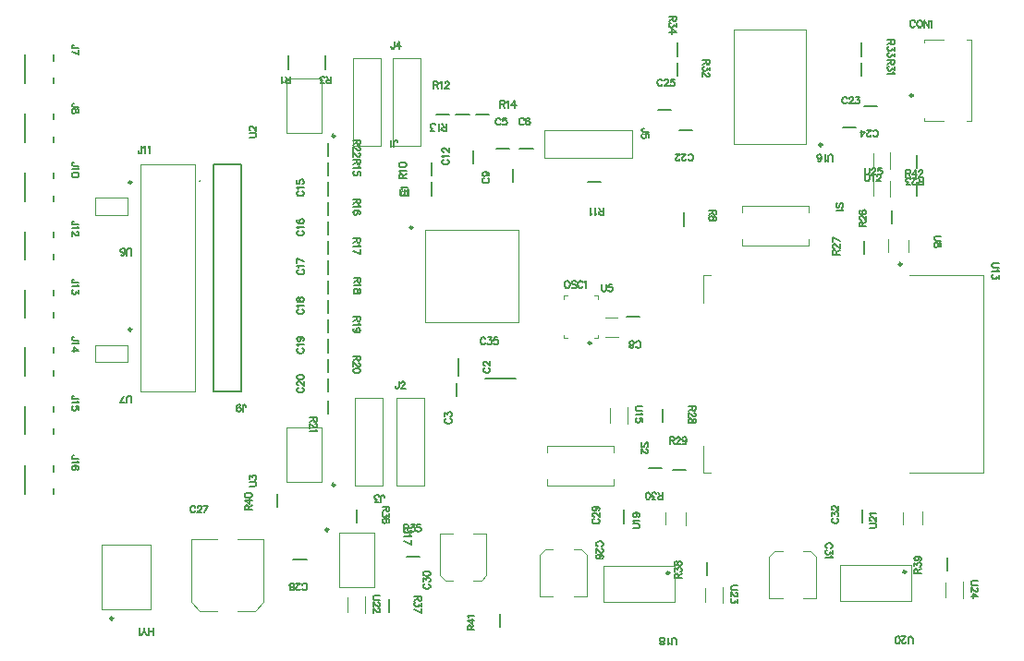
<source format=gto>
G04*
G04 #@! TF.GenerationSoftware,Altium Limited,Altium Designer,22.11.1 (43)*
G04*
G04 Layer_Color=65535*
%FSLAX44Y44*%
%MOMM*%
G71*
G04*
G04 #@! TF.SameCoordinates,C851D113-A8C7-42F9-9C4B-FB2C255A0ABB*
G04*
G04*
G04 #@! TF.FilePolarity,Positive*
G04*
G01*
G75*
%ADD10C,0.2500*%
%ADD11C,0.2540*%
%ADD12C,0.2000*%
%ADD13C,0.1000*%
%ADD14C,0.1250*%
%ADD15C,0.1270*%
D10*
X247110Y838800D02*
G03*
X247110Y838800I-1250J0D01*
G01*
X264110Y1103749D02*
G03*
X264110Y1103749I-1250J0D01*
G01*
X450360Y1281250D02*
G03*
X450360Y1281250I-1250J0D01*
G01*
X264110Y1238800D02*
G03*
X264110Y1238800I-1250J0D01*
G01*
X444370Y920132D02*
G03*
X444370Y920132I-1250J0D01*
G01*
X450360Y961250D02*
G03*
X450360Y961250I-1250J0D01*
G01*
X685110Y1091300D02*
G03*
X685110Y1091300I-1250J0D01*
G01*
X896760Y1273200D02*
G03*
X896760Y1273200I-1250J0D01*
G01*
X521610Y1197300D02*
G03*
X521610Y1197300I-1250J0D01*
G01*
X969710Y1163550D02*
G03*
X969710Y1163550I-1250J0D01*
G01*
X979860Y1318300D02*
G03*
X979860Y1318300I-1250J0D01*
G01*
D11*
X756883Y880448D02*
G03*
X756883Y880448I-1270J0D01*
G01*
X973550Y881500D02*
G03*
X973550Y881500I-1270J0D01*
G01*
D12*
X326860Y1240200D02*
G03*
X326860Y1240200I-500J0D01*
G01*
D13*
X281860Y847300D02*
Y906300D01*
X236860Y847300D02*
X281860D01*
X236860D02*
Y906300D01*
X281860D01*
X881510Y1273650D02*
Y1378650D01*
X815510Y1273650D02*
Y1378650D01*
Y1273650D02*
X881510D01*
X815510Y1378650D02*
X881510D01*
X272410Y1046650D02*
X321910D01*
Y1254950D01*
X272410D02*
X321910D01*
X272410Y1046650D02*
Y1254950D01*
D14*
X771643Y924288D02*
Y936288D01*
X753643Y924788D02*
Y935788D01*
X260860Y1074018D02*
Y1089480D01*
X230860Y1074018D02*
X260860D01*
X230860D02*
Y1089480D01*
X260860D01*
X437860Y1283800D02*
Y1333800D01*
X405860Y1283800D02*
Y1333800D01*
Y1283800D02*
X437860D01*
X405860Y1333800D02*
X437860D01*
X260860Y1209069D02*
Y1224531D01*
X230860Y1209069D02*
X260860D01*
X230860D02*
Y1224531D01*
X260860D01*
X477860Y843800D02*
Y858800D01*
X461860Y844800D02*
Y857800D01*
X454370Y867582D02*
Y917582D01*
X486370Y867582D02*
Y917582D01*
X454370D02*
X486370D01*
X454370Y867582D02*
X486370D01*
X361360Y845800D02*
X376985D01*
X326735D02*
X342360D01*
X361360Y911800D02*
X384860D01*
X318860D02*
X342360D01*
X376985Y845800D02*
X384860Y853675D01*
X318860D02*
X326735Y845800D01*
X384860Y853675D02*
Y911800D01*
X318860Y853675D02*
Y911800D01*
X437860Y963800D02*
Y1013800D01*
X405860Y963800D02*
Y1013800D01*
Y963800D02*
X437860D01*
X405860Y1013800D02*
X437860D01*
X546360Y878482D02*
Y916482D01*
X589360Y878482D02*
Y916482D01*
X546360Y878482D02*
X551360Y873482D01*
X584360D02*
X589360Y878482D01*
X546360Y916482D02*
X558360D01*
X577360D02*
X589360D01*
X551360Y873482D02*
X558360D01*
X577360D02*
X584360D01*
X643143Y901788D02*
X650143D01*
X669143D02*
X676143D01*
X638143Y858788D02*
X650143D01*
X669143D02*
X681143D01*
X638143Y896788D02*
X643143Y901788D01*
X676143D02*
X681143Y896788D01*
X638143Y858788D02*
Y896788D01*
X681143Y858788D02*
Y896788D01*
X789643Y853788D02*
Y866788D01*
X805643Y852788D02*
Y867788D01*
X853360Y900300D02*
X860360D01*
X879360D02*
X886360D01*
X848360Y857300D02*
X860360D01*
X879360D02*
X891360D01*
X848360Y895300D02*
X853360Y900300D01*
X886360D02*
X891360Y895300D01*
X848360Y857300D02*
Y895300D01*
X891360Y857300D02*
Y895300D01*
X644610Y960800D02*
Y966800D01*
Y960800D02*
X705610Y960300D01*
Y966800D01*
X644610Y990800D02*
Y997300D01*
X705610D01*
Y990800D02*
Y997300D01*
X761443Y853788D02*
Y886788D01*
X696443Y853788D02*
X761443D01*
X696443D02*
Y886788D01*
X761443D01*
X1009860Y858300D02*
Y871300D01*
X1025860Y857300D02*
Y872300D01*
X660360Y1095800D02*
X663360D01*
X660360D02*
Y1098800D01*
X688360Y1134800D02*
X691360D01*
Y1131800D02*
Y1134800D01*
Y1095800D02*
Y1098800D01*
X688360Y1095800D02*
X691360D01*
X660360Y1131800D02*
Y1134800D01*
X663360D01*
X970560Y925300D02*
Y936300D01*
X988560Y924800D02*
Y936800D01*
X978110Y854840D02*
Y887840D01*
X913110Y854840D02*
X978110D01*
X913110D02*
Y887840D01*
X978110D01*
X697860Y1096800D02*
X709860D01*
X698360Y1114800D02*
X709360D01*
X718360Y1017300D02*
Y1032300D01*
X702360Y1018300D02*
Y1031300D01*
X959360Y1225300D02*
Y1240300D01*
X943360Y1226300D02*
Y1239300D01*
X959360Y1251300D02*
Y1266300D01*
X943360Y1252300D02*
Y1265300D01*
X957495Y1174550D02*
Y1186550D01*
X975495Y1175050D02*
Y1186050D01*
X823360Y1180800D02*
Y1186800D01*
Y1180800D02*
X884360Y1180300D01*
Y1186800D01*
X823360Y1210800D02*
Y1217300D01*
X884360D01*
Y1210800D02*
Y1217300D01*
X533360Y1110300D02*
Y1195300D01*
X618360Y1110300D02*
Y1195300D01*
X533360D02*
X618360D01*
X533360Y1110300D02*
X618360D01*
X1044110Y972050D02*
Y1153550D01*
X787610Y972050D02*
X795110D01*
X976710D02*
X1044110D01*
X787610Y1128150D02*
Y1153550D01*
Y972050D02*
Y997350D01*
Y1153550D02*
X795110D01*
X976710D02*
X1044110D01*
X507160Y960800D02*
X532560D01*
X507160Y1040800D02*
X532560D01*
X507160Y960800D02*
Y1040800D01*
X532560Y960800D02*
Y1040800D01*
X990110Y1295300D02*
Y1297800D01*
Y1295300D02*
X1008110D01*
X1029110D02*
X1033110D01*
Y1369300D01*
X1029110D02*
X1033110D01*
X990110Y1366800D02*
Y1369300D01*
X1008110D01*
X642485Y1261475D02*
Y1286875D01*
X722485Y1261475D02*
Y1286875D01*
X642485D02*
X722485D01*
X642485Y1261475D02*
X722485D01*
X503160Y1272200D02*
X528560D01*
X503160Y1352200D02*
X528560D01*
X503160Y1272200D02*
Y1352200D01*
X528560Y1272200D02*
Y1352200D01*
X467160D02*
X492560D01*
X467160Y1272200D02*
X492560D01*
Y1352200D01*
X467160Y1272200D02*
Y1352200D01*
X469160Y1040800D02*
X494560D01*
X469160Y960800D02*
X494560D01*
Y1040800D01*
X469160Y960800D02*
Y1040800D01*
D15*
X443860Y1118800D02*
Y1130800D01*
X444110Y1136800D02*
Y1148800D01*
X443860Y1064800D02*
Y1076800D01*
Y1082800D02*
Y1094800D01*
Y1100800D02*
Y1112800D01*
Y1046800D02*
Y1058800D01*
Y1262800D02*
Y1274800D01*
Y1190800D02*
Y1202800D01*
Y1226800D02*
Y1238800D01*
Y1208800D02*
Y1220800D01*
Y1172800D02*
Y1184800D01*
Y1244800D02*
Y1256800D01*
X444110Y1154800D02*
Y1166800D01*
X407860Y1342800D02*
Y1354800D01*
X441860Y1342800D02*
Y1354800D01*
X587860Y1058800D02*
X615860D01*
X516370Y894982D02*
X528370D01*
X470370Y926800D02*
Y938800D01*
X499860Y844800D02*
Y856800D01*
X443860Y1026800D02*
Y1038800D01*
X412370Y892982D02*
X424370D01*
X397860Y940800D02*
Y952800D01*
X601860Y830800D02*
Y842800D01*
X563299Y1061300D02*
Y1077300D01*
X562299Y1042800D02*
Y1054800D01*
X192612Y973595D02*
Y978898D01*
Y952898D02*
Y958018D01*
X166612Y952898D02*
Y978898D01*
X759860Y975300D02*
X771860D01*
X737860Y976300D02*
X749860D01*
X791643Y878288D02*
Y890288D01*
X714755Y926288D02*
Y938288D01*
X1011050Y882800D02*
Y894800D01*
X192612Y1135139D02*
Y1140442D01*
Y1114442D02*
Y1119562D01*
X166612Y1114442D02*
Y1140442D01*
X192612Y1188479D02*
Y1193782D01*
Y1167782D02*
Y1172902D01*
X166612Y1167782D02*
Y1193782D01*
X192612Y1028459D02*
Y1033762D01*
Y1007762D02*
Y1012882D01*
X166612Y1007762D02*
Y1033762D01*
X192612Y1082307D02*
Y1087610D01*
Y1061610D02*
Y1066730D01*
X166612Y1061610D02*
Y1087610D01*
X192612Y1296429D02*
Y1301732D01*
Y1275732D02*
Y1280852D01*
X166612Y1275732D02*
Y1301732D01*
X192612Y1242327D02*
Y1247630D01*
Y1221630D02*
Y1226750D01*
X166612Y1221630D02*
Y1247630D01*
X192612Y1350277D02*
Y1355580D01*
Y1329580D02*
Y1334700D01*
X166612Y1329580D02*
Y1355580D01*
X933860Y926800D02*
Y938800D01*
X717860Y1115300D02*
X729860D01*
X750932Y1018800D02*
Y1030800D01*
X983441Y1226800D02*
Y1238800D01*
X960745Y1200800D02*
Y1212800D01*
X983441Y1251550D02*
Y1263550D01*
X763860Y1336288D02*
Y1348288D01*
Y1354600D02*
Y1366600D01*
X933110Y1354600D02*
Y1366600D01*
Y1336500D02*
Y1348500D01*
X935360Y1308800D02*
X947360D01*
X746610Y1305100D02*
X758610D01*
X765860Y1286800D02*
X777860D01*
X915860Y1288800D02*
X927860D01*
X934860Y1173178D02*
Y1185178D01*
X769860Y1198800D02*
Y1210800D01*
X619860Y1269300D02*
X631860D01*
X681860Y1238800D02*
X693860D01*
X579360Y1301300D02*
X591360D01*
X576860Y1256005D02*
Y1268005D01*
X543360Y1301300D02*
X555360D01*
X561360D02*
X573360D01*
X598428Y1269300D02*
X610428D01*
X613860Y1238800D02*
Y1250800D01*
X539299Y1244800D02*
Y1256800D01*
Y1226800D02*
Y1238800D01*
X339160Y1255000D02*
X364560D01*
X339160Y1046600D02*
Y1255000D01*
Y1046600D02*
X364560D01*
Y1255000D01*
X750591Y947980D02*
Y954329D01*
Y947980D02*
X747870D01*
X746963Y948283D01*
X746661Y948585D01*
X746359Y949190D01*
Y949794D01*
X746661Y950399D01*
X746963Y950701D01*
X747870Y951003D01*
X750591D01*
X748475D02*
X746359Y954329D01*
X744333Y947980D02*
X741008D01*
X742822Y950399D01*
X741915D01*
X741310Y950701D01*
X741008Y951003D01*
X740705Y951910D01*
Y952515D01*
X741008Y953422D01*
X741612Y954027D01*
X742519Y954329D01*
X743426D01*
X744333Y954027D01*
X744635Y953724D01*
X744938Y953120D01*
X737470Y947980D02*
X738378Y948283D01*
X738982Y949190D01*
X739284Y950701D01*
Y951608D01*
X738982Y953120D01*
X738378Y954027D01*
X737470Y954329D01*
X736866D01*
X735959Y954027D01*
X735354Y953120D01*
X735052Y951608D01*
Y950701D01*
X735354Y949190D01*
X735959Y948283D01*
X736866Y947980D01*
X737470D01*
X906540Y1172447D02*
X912889D01*
X906540D02*
Y1175168D01*
X906843Y1176075D01*
X907145Y1176377D01*
X907750Y1176679D01*
X908354D01*
X908959Y1176377D01*
X909261Y1176075D01*
X909564Y1175168D01*
Y1172447D01*
Y1174563D02*
X912889Y1176679D01*
X908052Y1178402D02*
X907750D01*
X907145Y1178705D01*
X906843Y1179007D01*
X906540Y1179612D01*
Y1180821D01*
X906843Y1181426D01*
X907145Y1181728D01*
X907750Y1182030D01*
X908354D01*
X908959Y1181728D01*
X909866Y1181123D01*
X912889Y1178100D01*
Y1182333D01*
X906540Y1187986D02*
X912889Y1184963D01*
X906540Y1183754D02*
Y1187986D01*
X935924Y1251974D02*
Y1247440D01*
X936227Y1246533D01*
X936831Y1245928D01*
X937738Y1245626D01*
X938343D01*
X939250Y1245928D01*
X939854Y1246533D01*
X940157Y1247440D01*
Y1251974D01*
X942212Y1250463D02*
Y1250765D01*
X942515Y1251370D01*
X942817Y1251672D01*
X943422Y1251974D01*
X944631D01*
X945236Y1251672D01*
X945538Y1251370D01*
X945840Y1250765D01*
Y1250160D01*
X945538Y1249556D01*
X944933Y1248649D01*
X941910Y1245626D01*
X946143D01*
X951191Y1251974D02*
X948168D01*
X947866Y1249253D01*
X948168Y1249556D01*
X949075Y1249858D01*
X949982D01*
X950889Y1249556D01*
X951494Y1248951D01*
X951796Y1248044D01*
Y1247440D01*
X951494Y1246533D01*
X950889Y1245928D01*
X949982Y1245626D01*
X949075D01*
X948168Y1245928D01*
X947866Y1246230D01*
X947563Y1246835D01*
X1039704Y873309D02*
X1035169D01*
X1034262Y873007D01*
X1033657Y872402D01*
X1033355Y871495D01*
Y870890D01*
X1033657Y869984D01*
X1034262Y869379D01*
X1035169Y869077D01*
X1039704D01*
X1038192Y867021D02*
X1038494D01*
X1039099Y866719D01*
X1039401Y866416D01*
X1039704Y865811D01*
Y864602D01*
X1039401Y863998D01*
X1039099Y863695D01*
X1038494Y863393D01*
X1037890D01*
X1037285Y863695D01*
X1036378Y864300D01*
X1033355Y867323D01*
Y863091D01*
X1039704Y858647D02*
X1035471Y861670D01*
Y857135D01*
X1039704Y858647D02*
X1033355D01*
X819487Y868797D02*
X814952D01*
X814045Y868495D01*
X813440Y867890D01*
X813138Y866983D01*
Y866378D01*
X813440Y865471D01*
X814045Y864867D01*
X814952Y864565D01*
X819487D01*
X817975Y862509D02*
X818277D01*
X818882Y862206D01*
X819184Y861904D01*
X819487Y861299D01*
Y860090D01*
X819184Y859486D01*
X818882Y859183D01*
X818277Y858881D01*
X817673D01*
X817068Y859183D01*
X816161Y859788D01*
X813138Y862811D01*
Y858579D01*
X819487Y856553D02*
Y853228D01*
X817068Y855042D01*
Y854135D01*
X816766Y853530D01*
X816463Y853228D01*
X815557Y852925D01*
X814952D01*
X814045Y853228D01*
X813440Y853832D01*
X813138Y854739D01*
Y855646D01*
X813440Y856553D01*
X813743Y856855D01*
X814347Y857158D01*
X491704Y859809D02*
X487169D01*
X486262Y859507D01*
X485657Y858902D01*
X485355Y857995D01*
Y857390D01*
X485657Y856484D01*
X486262Y855879D01*
X487169Y855576D01*
X491704D01*
X490192Y853521D02*
X490494D01*
X491099Y853219D01*
X491401Y852916D01*
X491704Y852311D01*
Y851102D01*
X491401Y850498D01*
X491099Y850195D01*
X490494Y849893D01*
X489890D01*
X489285Y850195D01*
X488378Y850800D01*
X485355Y853823D01*
Y849591D01*
X490192Y847868D02*
X490494D01*
X491099Y847565D01*
X491401Y847263D01*
X491704Y846658D01*
Y845449D01*
X491401Y844844D01*
X491099Y844542D01*
X490494Y844240D01*
X489890D01*
X489285Y844542D01*
X488378Y845147D01*
X485355Y848170D01*
Y843937D01*
X940208Y921783D02*
X944743D01*
X945650Y922085D01*
X946255Y922690D01*
X946557Y923597D01*
Y924202D01*
X946255Y925108D01*
X945650Y925713D01*
X944743Y926015D01*
X940208D01*
X941720Y928071D02*
X941418D01*
X940813Y928373D01*
X940511Y928676D01*
X940208Y929280D01*
Y930490D01*
X940511Y931094D01*
X940813Y931397D01*
X941418Y931699D01*
X942022D01*
X942627Y931397D01*
X943534Y930792D01*
X946557Y927769D01*
Y932001D01*
X941418Y933422D02*
X941115Y934027D01*
X940208Y934934D01*
X946557D01*
X979773Y815842D02*
Y820377D01*
X979471Y821284D01*
X978866Y821889D01*
X977959Y822191D01*
X977355D01*
X976448Y821889D01*
X975843Y821284D01*
X975541Y820377D01*
Y815842D01*
X973485Y817354D02*
Y817052D01*
X973183Y816447D01*
X972880Y816145D01*
X972276Y815842D01*
X971066D01*
X970462Y816145D01*
X970159Y816447D01*
X969857Y817052D01*
Y817656D01*
X970159Y818261D01*
X970764Y819168D01*
X973787Y822191D01*
X969555D01*
X966320Y815842D02*
X967227Y816145D01*
X967831Y817052D01*
X968134Y818563D01*
Y819470D01*
X967831Y820982D01*
X967227Y821889D01*
X966320Y822191D01*
X965715D01*
X964808Y821889D01*
X964204Y820982D01*
X963901Y819470D01*
Y818563D01*
X964204Y817052D01*
X964808Y816145D01*
X965715Y815842D01*
X966320D01*
X723291Y921271D02*
X727826D01*
X728733Y921573D01*
X729338Y922178D01*
X729640Y923085D01*
Y923689D01*
X729338Y924596D01*
X728733Y925201D01*
X727826Y925503D01*
X723291D01*
X724501Y927257D02*
X724198Y927861D01*
X723291Y928768D01*
X729640D01*
X725408Y935843D02*
X726314Y935540D01*
X726919Y934936D01*
X727222Y934029D01*
Y933726D01*
X726919Y932819D01*
X726314Y932215D01*
X725408Y931912D01*
X725105D01*
X724198Y932215D01*
X723594Y932819D01*
X723291Y933726D01*
Y934029D01*
X723594Y934936D01*
X724198Y935540D01*
X725408Y935843D01*
X726919D01*
X728431Y935540D01*
X729338Y934936D01*
X729640Y934029D01*
Y933424D01*
X729338Y932517D01*
X728733Y932215D01*
X763106Y814790D02*
Y819325D01*
X762804Y820232D01*
X762199Y820837D01*
X761292Y821139D01*
X760687D01*
X759781Y820837D01*
X759176Y820232D01*
X758874Y819325D01*
Y814790D01*
X757120Y816000D02*
X756516Y815697D01*
X755609Y814790D01*
Y821139D01*
X750953Y814790D02*
X751860Y815093D01*
X752162Y815697D01*
Y816302D01*
X751860Y816907D01*
X751255Y817209D01*
X750046Y817511D01*
X749139Y817813D01*
X748534Y818418D01*
X748232Y819023D01*
Y819930D01*
X748534Y820534D01*
X748837Y820837D01*
X749744Y821139D01*
X750953D01*
X751860Y820837D01*
X752162Y820534D01*
X752465Y819930D01*
Y819023D01*
X752162Y818418D01*
X751558Y817813D01*
X750651Y817511D01*
X749441Y817209D01*
X748837Y816907D01*
X748534Y816302D01*
Y815697D01*
X748837Y815093D01*
X749744Y814790D01*
X750953D01*
X520280Y921411D02*
X515745D01*
X514838Y921109D01*
X514234Y920504D01*
X513931Y919597D01*
Y918993D01*
X514234Y918086D01*
X514838Y917481D01*
X515745Y917179D01*
X520280D01*
X519071Y915425D02*
X519373Y914821D01*
X520280Y913914D01*
X513931D01*
X520280Y906537D02*
X513931Y909560D01*
X520280Y910770D02*
Y906537D01*
X906803Y1257952D02*
Y1262487D01*
X906501Y1263394D01*
X905896Y1263999D01*
X904989Y1264301D01*
X904385D01*
X903477Y1263999D01*
X902873Y1263394D01*
X902571Y1262487D01*
Y1257952D01*
X900817Y1259162D02*
X900212Y1258859D01*
X899306Y1257952D01*
Y1264301D01*
X892534Y1258859D02*
X892836Y1258255D01*
X893743Y1257952D01*
X894348D01*
X895255Y1258255D01*
X895859Y1259162D01*
X896161Y1260673D01*
Y1262185D01*
X895859Y1263394D01*
X895255Y1263999D01*
X894348Y1264301D01*
X894045D01*
X893138Y1263999D01*
X892534Y1263394D01*
X892231Y1262487D01*
Y1262185D01*
X892534Y1261278D01*
X893138Y1260673D01*
X894045Y1260371D01*
X894348D01*
X895255Y1260673D01*
X895859Y1261278D01*
X896161Y1262185D01*
X732204Y1033309D02*
X727669D01*
X726762Y1033007D01*
X726157Y1032402D01*
X725855Y1031495D01*
Y1030891D01*
X726157Y1029984D01*
X726762Y1029379D01*
X727669Y1029077D01*
X732204D01*
X730994Y1027323D02*
X731297Y1026719D01*
X732204Y1025812D01*
X725855D01*
X732204Y1019040D02*
Y1022063D01*
X729483Y1022365D01*
X729785Y1022063D01*
X730087Y1021156D01*
Y1020249D01*
X729785Y1019342D01*
X729181Y1018737D01*
X728273Y1018435D01*
X727669D01*
X726762Y1018737D01*
X726157Y1019342D01*
X725855Y1020249D01*
Y1021156D01*
X726157Y1022063D01*
X726460Y1022365D01*
X727064Y1022667D01*
X1058734Y1164781D02*
X1054199D01*
X1053292Y1164479D01*
X1052687Y1163874D01*
X1052385Y1162967D01*
Y1162363D01*
X1052687Y1161456D01*
X1053292Y1160851D01*
X1054199Y1160549D01*
X1058734D01*
X1057524Y1158795D02*
X1057827Y1158191D01*
X1058734Y1157284D01*
X1052385D01*
X1058734Y1153535D02*
Y1150209D01*
X1056315Y1152023D01*
Y1151116D01*
X1056013Y1150512D01*
X1055711Y1150209D01*
X1054804Y1149907D01*
X1054199D01*
X1053292Y1150209D01*
X1052687Y1150814D01*
X1052385Y1151721D01*
Y1152628D01*
X1052687Y1153535D01*
X1052990Y1153837D01*
X1053594Y1154139D01*
X935923Y1245974D02*
Y1241440D01*
X936225Y1240533D01*
X936830Y1239928D01*
X937737Y1239626D01*
X938342D01*
X939249Y1239928D01*
X939853Y1240533D01*
X940155Y1241440D01*
Y1245974D01*
X941909Y1244765D02*
X942514Y1245067D01*
X943420Y1245974D01*
Y1239626D01*
X946867Y1244463D02*
Y1244765D01*
X947169Y1245370D01*
X947471Y1245672D01*
X948076Y1245974D01*
X949285D01*
X949890Y1245672D01*
X950192Y1245370D01*
X950495Y1244765D01*
Y1244160D01*
X950192Y1243556D01*
X949588Y1242649D01*
X946565Y1239626D01*
X950797D01*
X1005847Y1189567D02*
X1001312D01*
X1000405Y1189265D01*
X999800Y1188660D01*
X999498Y1187753D01*
Y1187149D01*
X999800Y1186242D01*
X1000405Y1185637D01*
X1001312Y1185335D01*
X1005847D01*
Y1182069D02*
X1005544Y1182977D01*
X1004940Y1183279D01*
X1004335D01*
X1003730Y1182977D01*
X1003428Y1182372D01*
X1003126Y1181163D01*
X1002823Y1180256D01*
X1002219Y1179651D01*
X1001614Y1179349D01*
X1000707D01*
X1000103Y1179651D01*
X999800Y1179953D01*
X999498Y1180860D01*
Y1182069D01*
X999800Y1182977D01*
X1000103Y1183279D01*
X1000707Y1183581D01*
X1001614D01*
X1002219Y1183279D01*
X1002823Y1182674D01*
X1003126Y1181767D01*
X1003428Y1180558D01*
X1003730Y1179953D01*
X1004335Y1179651D01*
X1004940D01*
X1005544Y1179953D01*
X1005847Y1180860D01*
Y1182069D01*
X264021Y1036665D02*
Y1041200D01*
X263719Y1042107D01*
X263114Y1042712D01*
X262207Y1043014D01*
X261602D01*
X260695Y1042712D01*
X260091Y1042107D01*
X259789Y1041200D01*
Y1036665D01*
X253803D02*
X256826Y1043014D01*
X258035Y1036665D02*
X253803D01*
X264021Y1171716D02*
Y1176251D01*
X263719Y1177158D01*
X263114Y1177763D01*
X262207Y1178065D01*
X261602D01*
X260695Y1177763D01*
X260091Y1177158D01*
X259789Y1176251D01*
Y1171716D01*
X254407Y1172623D02*
X254710Y1172019D01*
X255617Y1171716D01*
X256221D01*
X257128Y1172019D01*
X257733Y1172926D01*
X258035Y1174437D01*
Y1175949D01*
X257733Y1177158D01*
X257128Y1177763D01*
X256221Y1178065D01*
X255919D01*
X255012Y1177763D01*
X254407Y1177158D01*
X254105Y1176251D01*
Y1175949D01*
X254407Y1175042D01*
X255012Y1174437D01*
X255919Y1174135D01*
X256221D01*
X257128Y1174437D01*
X257733Y1175042D01*
X258035Y1175949D01*
X694843Y1145152D02*
Y1140617D01*
X695145Y1139710D01*
X695750Y1139105D01*
X696657Y1138803D01*
X697262D01*
X698168Y1139105D01*
X698773Y1139710D01*
X699075Y1140617D01*
Y1145152D01*
X704457D02*
X701433D01*
X701131Y1142431D01*
X701433Y1142733D01*
X702340Y1143035D01*
X703247D01*
X704154Y1142733D01*
X704759Y1142129D01*
X705061Y1141221D01*
Y1140617D01*
X704759Y1139710D01*
X704154Y1139105D01*
X703247Y1138803D01*
X702340D01*
X701433Y1139105D01*
X701131Y1139408D01*
X700829Y1140012D01*
X588440Y1095006D02*
X588138Y1095611D01*
X587533Y1096215D01*
X586928Y1096518D01*
X585719D01*
X585115Y1096215D01*
X584510Y1095611D01*
X584207Y1095006D01*
X583905Y1094099D01*
Y1092588D01*
X584207Y1091681D01*
X584510Y1091076D01*
X585115Y1090471D01*
X585719Y1090169D01*
X586928D01*
X587533Y1090471D01*
X588138Y1091076D01*
X588440Y1091681D01*
X590828Y1096518D02*
X594154D01*
X592340Y1094099D01*
X593247D01*
X593851Y1093797D01*
X594154Y1093494D01*
X594456Y1092588D01*
Y1091983D01*
X594154Y1091076D01*
X593549Y1090471D01*
X592642Y1090169D01*
X591735D01*
X590828Y1090471D01*
X590526Y1090774D01*
X590224Y1091378D01*
X599505Y1096518D02*
X596482D01*
X596179Y1093797D01*
X596482Y1094099D01*
X597388Y1094401D01*
X598296D01*
X599202Y1094099D01*
X599807Y1093494D01*
X600109Y1092588D01*
Y1091983D01*
X599807Y1091076D01*
X599202Y1090471D01*
X598296Y1090169D01*
X597388D01*
X596482Y1090471D01*
X596179Y1090774D01*
X595877Y1091378D01*
X371950Y959971D02*
X376485D01*
X377392Y960273D01*
X377997Y960878D01*
X378299Y961785D01*
Y962390D01*
X377997Y963296D01*
X377392Y963901D01*
X376485Y964203D01*
X371950D01*
Y966562D02*
Y969887D01*
X374369Y968073D01*
Y968980D01*
X374671Y969585D01*
X374973Y969887D01*
X375881Y970189D01*
X376485D01*
X377392Y969887D01*
X377997Y969282D01*
X378299Y968375D01*
Y967468D01*
X377997Y966562D01*
X377694Y966259D01*
X377090Y965957D01*
X371950Y1279971D02*
X376485D01*
X377392Y1280273D01*
X377997Y1280878D01*
X378299Y1281785D01*
Y1282390D01*
X377997Y1283296D01*
X377392Y1283901D01*
X376485Y1284203D01*
X371950D01*
X373462Y1286259D02*
X373160D01*
X372555Y1286561D01*
X372253Y1286864D01*
X371950Y1287468D01*
Y1288678D01*
X372253Y1289282D01*
X372555Y1289585D01*
X373160Y1289887D01*
X373764D01*
X374369Y1289585D01*
X375276Y1288980D01*
X378299Y1285957D01*
Y1290189D01*
X509947Y1232682D02*
Y1228147D01*
X510249Y1227240D01*
X510854Y1226635D01*
X511761Y1226333D01*
X512365D01*
X513273Y1226635D01*
X513877Y1227240D01*
X514179Y1228147D01*
Y1232682D01*
X515933Y1231472D02*
X516538Y1231775D01*
X517444Y1232682D01*
Y1226333D01*
X736305Y995777D02*
X736909Y996381D01*
X737212Y997288D01*
Y998497D01*
X736909Y999404D01*
X736305Y1000009D01*
X735700D01*
X735096Y999707D01*
X734793Y999404D01*
X734491Y998800D01*
X733886Y996986D01*
X733584Y996381D01*
X733282Y996079D01*
X732677Y995777D01*
X731770D01*
X731165Y996381D01*
X730863Y997288D01*
Y998497D01*
X731165Y999404D01*
X731770Y1000009D01*
X735700Y994053D02*
X736002D01*
X736607Y993751D01*
X736909Y993449D01*
X737212Y992844D01*
Y991635D01*
X736909Y991030D01*
X736607Y990728D01*
X736002Y990426D01*
X735398D01*
X734793Y990728D01*
X733886Y991332D01*
X730863Y994356D01*
Y990123D01*
X915055Y1215777D02*
X915659Y1216381D01*
X915962Y1217288D01*
Y1218497D01*
X915659Y1219404D01*
X915055Y1220009D01*
X914450D01*
X913845Y1219707D01*
X913543Y1219404D01*
X913241Y1218800D01*
X912636Y1216986D01*
X912334Y1216381D01*
X912032Y1216079D01*
X911427Y1215777D01*
X910520D01*
X909915Y1216381D01*
X909613Y1217288D01*
Y1218497D01*
X909915Y1219404D01*
X910520Y1220009D01*
X914752Y1214356D02*
X915055Y1213751D01*
X915962Y1212844D01*
X909613D01*
X973672Y1249974D02*
Y1243626D01*
Y1249974D02*
X976393D01*
X977299Y1249672D01*
X977602Y1249370D01*
X977904Y1248765D01*
Y1248160D01*
X977602Y1247556D01*
X977299Y1247253D01*
X976393Y1246951D01*
X973672D01*
X975788D02*
X977904Y1243626D01*
X982348Y1249974D02*
X979325Y1245742D01*
X983860D01*
X982348Y1249974D02*
Y1243626D01*
X985281Y1248463D02*
Y1248765D01*
X985583Y1249370D01*
X985885Y1249672D01*
X986490Y1249974D01*
X987699D01*
X988304Y1249672D01*
X988606Y1249370D01*
X988908Y1248765D01*
Y1248160D01*
X988606Y1247556D01*
X988001Y1246649D01*
X984978Y1243626D01*
X989211D01*
X572016Y828291D02*
X578365D01*
X572016D02*
Y831012D01*
X572319Y831919D01*
X572621Y832221D01*
X573226Y832523D01*
X573830D01*
X574435Y832221D01*
X574737Y831919D01*
X575039Y831012D01*
Y828291D01*
Y830407D02*
X578365Y832523D01*
X572016Y836967D02*
X576249Y833944D01*
Y838479D01*
X572016Y836967D02*
X578365D01*
X573226Y839598D02*
X572923Y840202D01*
X572016Y841109D01*
X578365D01*
X368016Y938291D02*
X374365D01*
X368016D02*
Y941012D01*
X368319Y941919D01*
X368621Y942221D01*
X369226Y942523D01*
X369830D01*
X370435Y942221D01*
X370737Y941919D01*
X371040Y941012D01*
Y938291D01*
Y940407D02*
X374365Y942523D01*
X368016Y946967D02*
X372249Y943944D01*
Y948479D01*
X368016Y946967D02*
X374365D01*
X368016Y951412D02*
X368319Y950505D01*
X369226Y949900D01*
X370737Y949598D01*
X371644D01*
X373156Y949900D01*
X374063Y950505D01*
X374365Y951412D01*
Y952016D01*
X374063Y952923D01*
X373156Y953528D01*
X371644Y953830D01*
X370737D01*
X369226Y953528D01*
X368319Y952923D01*
X368016Y952016D01*
Y951412D01*
X981206Y880291D02*
X987555D01*
X981206D02*
Y883012D01*
X981509Y883919D01*
X981811Y884221D01*
X982416Y884523D01*
X983020D01*
X983625Y884221D01*
X983927Y883919D01*
X984230Y883012D01*
Y880291D01*
Y882407D02*
X987555Y884523D01*
X981206Y886549D02*
Y889874D01*
X983625Y888061D01*
Y888968D01*
X983927Y889572D01*
X984230Y889874D01*
X985136Y890177D01*
X985741D01*
X986648Y889874D01*
X987253Y889270D01*
X987555Y888363D01*
Y887456D01*
X987253Y886549D01*
X986950Y886247D01*
X986346Y885944D01*
X983323Y895528D02*
X984230Y895225D01*
X984834Y894621D01*
X985136Y893714D01*
Y893411D01*
X984834Y892505D01*
X984230Y891900D01*
X983323Y891598D01*
X983020D01*
X982113Y891900D01*
X981509Y892505D01*
X981206Y893411D01*
Y893714D01*
X981509Y894621D01*
X982113Y895225D01*
X983323Y895528D01*
X984834D01*
X986346Y895225D01*
X987253Y894621D01*
X987555Y893714D01*
Y893109D01*
X987253Y892202D01*
X986648Y891900D01*
X761799Y875779D02*
X768148D01*
X761799D02*
Y878500D01*
X762102Y879407D01*
X762404Y879709D01*
X763009Y880011D01*
X763613D01*
X764218Y879709D01*
X764520Y879407D01*
X764823Y878500D01*
Y875779D01*
Y877895D02*
X768148Y880011D01*
X761799Y882037D02*
Y885362D01*
X764218Y883548D01*
Y884455D01*
X764520Y885060D01*
X764823Y885362D01*
X765730Y885665D01*
X766334D01*
X767241Y885362D01*
X767846Y884758D01*
X768148Y883851D01*
Y882944D01*
X767846Y882037D01*
X767543Y881734D01*
X766939Y881432D01*
X761799Y888597D02*
X762102Y887690D01*
X762706Y887388D01*
X763311D01*
X763916Y887690D01*
X764218Y888295D01*
X764520Y889504D01*
X764823Y890411D01*
X765427Y891016D01*
X766032Y891318D01*
X766939D01*
X767543Y891016D01*
X767846Y890713D01*
X768148Y889806D01*
Y888597D01*
X767846Y887690D01*
X767543Y887388D01*
X766939Y887085D01*
X766032D01*
X765427Y887388D01*
X764823Y887992D01*
X764520Y888899D01*
X764218Y890109D01*
X763916Y890713D01*
X763311Y891016D01*
X762706D01*
X762102Y890713D01*
X761799Y889806D01*
Y888597D01*
X529704Y859309D02*
X523355D01*
X529704D02*
Y856588D01*
X529401Y855681D01*
X529099Y855379D01*
X528494Y855077D01*
X527890D01*
X527285Y855379D01*
X526983Y855681D01*
X526680Y856588D01*
Y859309D01*
Y857193D02*
X523355Y855077D01*
X529704Y853051D02*
Y849726D01*
X527285Y851540D01*
Y850632D01*
X526983Y850028D01*
X526680Y849726D01*
X525774Y849423D01*
X525169D01*
X524262Y849726D01*
X523657Y850330D01*
X523355Y851237D01*
Y852144D01*
X523657Y853051D01*
X523960Y853353D01*
X524564Y853656D01*
X529704Y843770D02*
X523355Y846793D01*
X529704Y848002D02*
Y843770D01*
X500214Y941309D02*
X493866D01*
X500214D02*
Y938588D01*
X499912Y937681D01*
X499609Y937379D01*
X499005Y937076D01*
X498400D01*
X497796Y937379D01*
X497493Y937681D01*
X497191Y938588D01*
Y941309D01*
Y939193D02*
X493866Y937076D01*
X500214Y935051D02*
Y931725D01*
X497796Y933540D01*
Y932633D01*
X497493Y932028D01*
X497191Y931725D01*
X496284Y931423D01*
X495679D01*
X494772Y931725D01*
X494168Y932330D01*
X493866Y933237D01*
Y934144D01*
X494168Y935051D01*
X494470Y935353D01*
X495075Y935656D01*
X499307Y926375D02*
X499912Y926677D01*
X500214Y927584D01*
Y928188D01*
X499912Y929095D01*
X499005Y929700D01*
X497493Y930002D01*
X495982D01*
X494772Y929700D01*
X494168Y929095D01*
X493866Y928188D01*
Y927886D01*
X494168Y926979D01*
X494772Y926375D01*
X495679Y926072D01*
X495982D01*
X496889Y926375D01*
X497493Y926979D01*
X497796Y927886D01*
Y928188D01*
X497493Y929095D01*
X496889Y929700D01*
X495982Y930002D01*
X513861Y924826D02*
Y918477D01*
Y924826D02*
X516582D01*
X517489Y924524D01*
X517791Y924221D01*
X518094Y923617D01*
Y923012D01*
X517791Y922408D01*
X517489Y922105D01*
X516582Y921803D01*
X513861D01*
X515978D02*
X518094Y918477D01*
X520119Y924826D02*
X523445D01*
X521631Y922408D01*
X522538D01*
X523143Y922105D01*
X523445Y921803D01*
X523747Y920896D01*
Y920291D01*
X523445Y919384D01*
X522840Y918780D01*
X521933Y918477D01*
X521026D01*
X520119Y918780D01*
X519817Y919082D01*
X519515Y919687D01*
X528796Y924826D02*
X525773D01*
X525470Y922105D01*
X525773Y922408D01*
X526680Y922710D01*
X527587D01*
X528493Y922408D01*
X529098Y921803D01*
X529400Y920896D01*
Y920291D01*
X529098Y919384D01*
X528493Y918780D01*
X527587Y918477D01*
X526680D01*
X525773Y918780D01*
X525470Y919082D01*
X525168Y919687D01*
X763034Y1390721D02*
X756686D01*
X763034D02*
Y1388000D01*
X762732Y1387093D01*
X762430Y1386790D01*
X761825Y1386488D01*
X761220D01*
X760616Y1386790D01*
X760313Y1387093D01*
X760011Y1388000D01*
Y1390721D01*
Y1388604D02*
X756686Y1386488D01*
X763034Y1384463D02*
Y1381137D01*
X760616Y1382951D01*
Y1382044D01*
X760313Y1381440D01*
X760011Y1381137D01*
X759104Y1380835D01*
X758500D01*
X757593Y1381137D01*
X756988Y1381742D01*
X756686Y1382649D01*
Y1383556D01*
X756988Y1384463D01*
X757290Y1384765D01*
X757895Y1385067D01*
X763034Y1376391D02*
X758802Y1379414D01*
Y1374879D01*
X763034Y1376391D02*
X756686D01*
X962954Y1369109D02*
X956605D01*
X962954D02*
Y1366388D01*
X962651Y1365481D01*
X962349Y1365179D01*
X961744Y1364877D01*
X961140D01*
X960535Y1365179D01*
X960233Y1365481D01*
X959930Y1366388D01*
Y1369109D01*
Y1366993D02*
X956605Y1364877D01*
X962954Y1362851D02*
Y1359526D01*
X960535Y1361340D01*
Y1360432D01*
X960233Y1359828D01*
X959930Y1359526D01*
X959024Y1359223D01*
X958419D01*
X957512Y1359526D01*
X956907Y1360130D01*
X956605Y1361037D01*
Y1361944D01*
X956907Y1362851D01*
X957210Y1363153D01*
X957814Y1363456D01*
X962954Y1357198D02*
Y1353872D01*
X960535Y1355686D01*
Y1354779D01*
X960233Y1354175D01*
X959930Y1353872D01*
X959024Y1353570D01*
X958419D01*
X957512Y1353872D01*
X956907Y1354477D01*
X956605Y1355384D01*
Y1356291D01*
X956907Y1357198D01*
X957210Y1357500D01*
X957814Y1357802D01*
X793704Y1350797D02*
X787355D01*
X793704D02*
Y1348076D01*
X793401Y1347169D01*
X793099Y1346867D01*
X792494Y1346564D01*
X791890D01*
X791285Y1346867D01*
X790983Y1347169D01*
X790680Y1348076D01*
Y1350797D01*
Y1348681D02*
X787355Y1346564D01*
X793704Y1344539D02*
Y1341213D01*
X791285Y1343027D01*
Y1342120D01*
X790983Y1341516D01*
X790680Y1341213D01*
X789774Y1340911D01*
X789169D01*
X788262Y1341213D01*
X787657Y1341818D01*
X787355Y1342725D01*
Y1343632D01*
X787657Y1344539D01*
X787960Y1344841D01*
X788564Y1345143D01*
X792192Y1339188D02*
X792494D01*
X793099Y1338886D01*
X793401Y1338583D01*
X793704Y1337979D01*
Y1336769D01*
X793401Y1336165D01*
X793099Y1335862D01*
X792494Y1335560D01*
X791890D01*
X791285Y1335862D01*
X790378Y1336467D01*
X787355Y1339490D01*
Y1335258D01*
X962954Y1351009D02*
X956605D01*
X962954D02*
Y1348288D01*
X962651Y1347381D01*
X962349Y1347079D01*
X961745Y1346776D01*
X961140D01*
X960535Y1347079D01*
X960233Y1347381D01*
X959930Y1348288D01*
Y1351009D01*
Y1348893D02*
X956605Y1346776D01*
X962954Y1344751D02*
Y1341425D01*
X960535Y1343239D01*
Y1342332D01*
X960233Y1341728D01*
X959930Y1341425D01*
X959024Y1341123D01*
X958419D01*
X957512Y1341425D01*
X956907Y1342030D01*
X956605Y1342937D01*
Y1343844D01*
X956907Y1344751D01*
X957210Y1345053D01*
X957814Y1345356D01*
X961745Y1339702D02*
X962047Y1339098D01*
X962954Y1338191D01*
X956605D01*
X757351Y1005144D02*
Y998795D01*
Y1005144D02*
X760072D01*
X760979Y1004841D01*
X761281Y1004539D01*
X761583Y1003934D01*
Y1003330D01*
X761281Y1002725D01*
X760979Y1002423D01*
X760072Y1002121D01*
X757351D01*
X759467D02*
X761583Y998795D01*
X763307Y1003632D02*
Y1003934D01*
X763609Y1004539D01*
X763911Y1004841D01*
X764516Y1005144D01*
X765725D01*
X766330Y1004841D01*
X766632Y1004539D01*
X766934Y1003934D01*
Y1003330D01*
X766632Y1002725D01*
X766028Y1001818D01*
X763004Y998795D01*
X767237D01*
X772588Y1003027D02*
X772285Y1002121D01*
X771681Y1001516D01*
X770774Y1001214D01*
X770471D01*
X769565Y1001516D01*
X768960Y1002121D01*
X768658Y1003027D01*
Y1003330D01*
X768960Y1004237D01*
X769565Y1004841D01*
X770471Y1005144D01*
X770774D01*
X771681Y1004841D01*
X772285Y1004237D01*
X772588Y1003027D01*
Y1001516D01*
X772285Y1000004D01*
X771681Y999097D01*
X770774Y998795D01*
X770169D01*
X769262Y999097D01*
X768960Y999702D01*
X780776Y1033309D02*
X774427D01*
X780776D02*
Y1030588D01*
X780473Y1029681D01*
X780171Y1029379D01*
X779566Y1029077D01*
X778962D01*
X778357Y1029379D01*
X778055Y1029681D01*
X777753Y1030588D01*
Y1033309D01*
Y1031193D02*
X774427Y1029077D01*
X779264Y1027353D02*
X779566D01*
X780171Y1027051D01*
X780473Y1026749D01*
X780776Y1026144D01*
Y1024935D01*
X780473Y1024330D01*
X780171Y1024028D01*
X779566Y1023726D01*
X778962D01*
X778357Y1024028D01*
X777450Y1024632D01*
X774427Y1027656D01*
Y1023423D01*
X780776Y1020491D02*
X780473Y1021398D01*
X779869Y1021700D01*
X779264D01*
X778660Y1021398D01*
X778357Y1020793D01*
X778055Y1019584D01*
X777753Y1018677D01*
X777148Y1018072D01*
X776543Y1017770D01*
X775636D01*
X775032Y1018072D01*
X774729Y1018375D01*
X774427Y1019282D01*
Y1020491D01*
X774729Y1021398D01*
X775032Y1021700D01*
X775636Y1022002D01*
X776543D01*
X777148Y1021700D01*
X777753Y1021095D01*
X778055Y1020189D01*
X778357Y1018979D01*
X778660Y1018375D01*
X779264Y1018072D01*
X779869D01*
X780473Y1018375D01*
X780776Y1019282D01*
Y1020491D01*
X930901Y1198291D02*
X937250D01*
X930901D02*
Y1201012D01*
X931204Y1201919D01*
X931506Y1202221D01*
X932111Y1202523D01*
X932715D01*
X933320Y1202221D01*
X933622Y1201919D01*
X933924Y1201012D01*
Y1198291D01*
Y1200407D02*
X937250Y1202523D01*
X932413Y1204247D02*
X932111D01*
X931506Y1204549D01*
X931204Y1204851D01*
X930901Y1205456D01*
Y1206665D01*
X931204Y1207270D01*
X931506Y1207572D01*
X932111Y1207874D01*
X932715D01*
X933320Y1207572D01*
X934227Y1206967D01*
X937250Y1203944D01*
Y1208177D01*
X931808Y1213225D02*
X931204Y1212923D01*
X930901Y1212016D01*
Y1211412D01*
X931204Y1210505D01*
X932111Y1209900D01*
X933622Y1209598D01*
X935134D01*
X936343Y1209900D01*
X936948Y1210505D01*
X937250Y1211412D01*
Y1211714D01*
X936948Y1212621D01*
X936343Y1213225D01*
X935436Y1213528D01*
X935134D01*
X934227Y1213225D01*
X933622Y1212621D01*
X933320Y1211714D01*
Y1211412D01*
X933622Y1210505D01*
X934227Y1209900D01*
X935134Y1209598D01*
X989211Y1236376D02*
Y1242724D01*
Y1236376D02*
X986490D01*
X985583Y1236678D01*
X985281Y1236980D01*
X984978Y1237585D01*
Y1238189D01*
X985281Y1238794D01*
X985583Y1239097D01*
X986490Y1239399D01*
X989211D01*
X987094D02*
X984978Y1242724D01*
X983255Y1237887D02*
Y1237585D01*
X982953Y1236980D01*
X982650Y1236678D01*
X982046Y1236376D01*
X980836D01*
X980232Y1236678D01*
X979930Y1236980D01*
X979627Y1237585D01*
Y1238189D01*
X979930Y1238794D01*
X980534Y1239701D01*
X983557Y1242724D01*
X979325D01*
X977299Y1236376D02*
X973974D01*
X975788Y1238794D01*
X974881D01*
X974276Y1239097D01*
X973974Y1239399D01*
X973672Y1240306D01*
Y1240910D01*
X973974Y1241817D01*
X974578Y1242422D01*
X975486Y1242724D01*
X976392D01*
X977299Y1242422D01*
X977602Y1242120D01*
X977904Y1241515D01*
X473704Y1277309D02*
X467355D01*
X473704D02*
Y1274588D01*
X473401Y1273681D01*
X473099Y1273379D01*
X472494Y1273076D01*
X471890D01*
X471285Y1273379D01*
X470983Y1273681D01*
X470681Y1274588D01*
Y1277309D01*
Y1275193D02*
X467355Y1273076D01*
X472192Y1271353D02*
X472494D01*
X473099Y1271051D01*
X473401Y1270749D01*
X473704Y1270144D01*
Y1268935D01*
X473401Y1268330D01*
X473099Y1268028D01*
X472494Y1267726D01*
X471890D01*
X471285Y1268028D01*
X470378Y1268633D01*
X467355Y1271656D01*
Y1267423D01*
X472192Y1265700D02*
X472494D01*
X473099Y1265398D01*
X473401Y1265095D01*
X473704Y1264491D01*
Y1263281D01*
X473401Y1262677D01*
X473099Y1262375D01*
X472494Y1262072D01*
X471890D01*
X471285Y1262375D01*
X470378Y1262979D01*
X467355Y1266002D01*
Y1261770D01*
X433984Y1023209D02*
X427636D01*
X433984D02*
Y1020488D01*
X433682Y1019581D01*
X433380Y1019279D01*
X432775Y1018977D01*
X432170D01*
X431566Y1019279D01*
X431264Y1019581D01*
X430961Y1020488D01*
Y1023209D01*
Y1021093D02*
X427636Y1018977D01*
X432473Y1017253D02*
X432775D01*
X433380Y1016951D01*
X433682Y1016649D01*
X433984Y1016044D01*
Y1014835D01*
X433682Y1014230D01*
X433380Y1013928D01*
X432775Y1013626D01*
X432170D01*
X431566Y1013928D01*
X430659Y1014533D01*
X427636Y1017556D01*
Y1013323D01*
X432775Y1011902D02*
X433077Y1011298D01*
X433984Y1010391D01*
X427636D01*
X473704Y1079309D02*
X467355D01*
X473704D02*
Y1076588D01*
X473401Y1075681D01*
X473099Y1075379D01*
X472494Y1075077D01*
X471890D01*
X471285Y1075379D01*
X470983Y1075681D01*
X470681Y1076588D01*
Y1079309D01*
Y1077193D02*
X467355Y1075077D01*
X472192Y1073353D02*
X472494D01*
X473099Y1073051D01*
X473401Y1072749D01*
X473704Y1072144D01*
Y1070935D01*
X473401Y1070330D01*
X473099Y1070028D01*
X472494Y1069725D01*
X471890D01*
X471285Y1070028D01*
X470378Y1070632D01*
X467355Y1073656D01*
Y1069423D01*
X473704Y1066188D02*
X473401Y1067095D01*
X472494Y1067700D01*
X470983Y1068002D01*
X470076D01*
X468564Y1067700D01*
X467657Y1067095D01*
X467355Y1066188D01*
Y1065584D01*
X467657Y1064677D01*
X468564Y1064072D01*
X470076Y1063770D01*
X470983D01*
X472494Y1064072D01*
X473401Y1064677D01*
X473704Y1065584D01*
Y1066188D01*
X473704Y1115309D02*
X467355D01*
X473704D02*
Y1112588D01*
X473401Y1111681D01*
X473099Y1111379D01*
X472494Y1111077D01*
X471890D01*
X471285Y1111379D01*
X470983Y1111681D01*
X470681Y1112588D01*
Y1115309D01*
Y1113193D02*
X467355Y1111077D01*
X472494Y1109656D02*
X472797Y1109051D01*
X473704Y1108144D01*
X467355D01*
X471587Y1101070D02*
X470681Y1101372D01*
X470076Y1101977D01*
X469774Y1102884D01*
Y1103186D01*
X470076Y1104093D01*
X470681Y1104698D01*
X471587Y1105000D01*
X471890D01*
X472797Y1104698D01*
X473401Y1104093D01*
X473704Y1103186D01*
Y1102884D01*
X473401Y1101977D01*
X472797Y1101372D01*
X471587Y1101070D01*
X470076D01*
X468564Y1101372D01*
X467657Y1101977D01*
X467355Y1102884D01*
Y1103488D01*
X467657Y1104395D01*
X468262Y1104698D01*
X473954Y1151309D02*
X467605D01*
X473954D02*
Y1148588D01*
X473651Y1147681D01*
X473349Y1147379D01*
X472744Y1147076D01*
X472140D01*
X471535Y1147379D01*
X471233Y1147681D01*
X470930Y1148588D01*
Y1151309D01*
Y1149193D02*
X467605Y1147076D01*
X472744Y1145656D02*
X473047Y1145051D01*
X473954Y1144144D01*
X467605D01*
X473954Y1139488D02*
X473651Y1140395D01*
X473047Y1140698D01*
X472442D01*
X471838Y1140395D01*
X471535Y1139791D01*
X471233Y1138581D01*
X470930Y1137674D01*
X470326Y1137070D01*
X469721Y1136768D01*
X468814D01*
X468210Y1137070D01*
X467907Y1137372D01*
X467605Y1138279D01*
Y1139488D01*
X467907Y1140395D01*
X468210Y1140698D01*
X468814Y1141000D01*
X469721D01*
X470326Y1140698D01*
X470930Y1140093D01*
X471233Y1139186D01*
X471535Y1137977D01*
X471838Y1137372D01*
X472442Y1137070D01*
X473047D01*
X473651Y1137372D01*
X473954Y1138279D01*
Y1139488D01*
X473704Y1187309D02*
X467355D01*
X473704D02*
Y1184588D01*
X473401Y1183681D01*
X473099Y1183379D01*
X472494Y1183076D01*
X471890D01*
X471285Y1183379D01*
X470983Y1183681D01*
X470681Y1184588D01*
Y1187309D01*
Y1185193D02*
X467355Y1183076D01*
X472494Y1181656D02*
X472797Y1181051D01*
X473704Y1180144D01*
X467355D01*
X473704Y1172767D02*
X467355Y1175791D01*
X473704Y1177000D02*
Y1172767D01*
X473704Y1223309D02*
X467355D01*
X473704D02*
Y1220588D01*
X473401Y1219681D01*
X473099Y1219379D01*
X472494Y1219077D01*
X471890D01*
X471285Y1219379D01*
X470983Y1219681D01*
X470681Y1220588D01*
Y1223309D01*
Y1221193D02*
X467355Y1219077D01*
X472494Y1217656D02*
X472797Y1217051D01*
X473704Y1216144D01*
X467355D01*
X472797Y1209372D02*
X473401Y1209675D01*
X473704Y1210581D01*
Y1211186D01*
X473401Y1212093D01*
X472494Y1212698D01*
X470983Y1213000D01*
X469471D01*
X468262Y1212698D01*
X467657Y1212093D01*
X467355Y1211186D01*
Y1210884D01*
X467657Y1209977D01*
X468262Y1209372D01*
X469169Y1209070D01*
X469471D01*
X470378Y1209372D01*
X470983Y1209977D01*
X471285Y1210884D01*
Y1211186D01*
X470983Y1212093D01*
X470378Y1212698D01*
X469471Y1213000D01*
X473704Y1259309D02*
X467355D01*
X473704D02*
Y1256588D01*
X473401Y1255681D01*
X473099Y1255379D01*
X472494Y1255077D01*
X471890D01*
X471285Y1255379D01*
X470983Y1255681D01*
X470681Y1256588D01*
Y1259309D01*
Y1257193D02*
X467355Y1255077D01*
X472494Y1253656D02*
X472797Y1253051D01*
X473704Y1252144D01*
X467355D01*
X473704Y1245372D02*
Y1248395D01*
X470983Y1248698D01*
X471285Y1248395D01*
X471587Y1247488D01*
Y1246581D01*
X471285Y1245675D01*
X470681Y1245070D01*
X469774Y1244768D01*
X469169D01*
X468262Y1245070D01*
X467657Y1245675D01*
X467355Y1246581D01*
Y1247488D01*
X467657Y1248395D01*
X467960Y1248698D01*
X468564Y1249000D01*
X601938Y1313474D02*
Y1307126D01*
Y1313474D02*
X604659D01*
X605566Y1313172D01*
X605868Y1312870D01*
X606171Y1312265D01*
Y1311660D01*
X605868Y1311056D01*
X605566Y1310753D01*
X604659Y1310451D01*
X601938D01*
X604054D02*
X606171Y1307126D01*
X607591Y1312265D02*
X608196Y1312567D01*
X609103Y1313474D01*
Y1307126D01*
X615270Y1313474D02*
X612247Y1309242D01*
X616782D01*
X615270Y1313474D02*
Y1307126D01*
X552631Y1286126D02*
Y1292474D01*
Y1286126D02*
X549910D01*
X549003Y1286428D01*
X548700Y1286730D01*
X548398Y1287335D01*
Y1287939D01*
X548700Y1288544D01*
X549003Y1288846D01*
X549910Y1289149D01*
X552631D01*
X550514D02*
X548398Y1292474D01*
X546977Y1287335D02*
X546373Y1287032D01*
X545466Y1286126D01*
Y1292474D01*
X541717Y1286126D02*
X538392D01*
X540205Y1288544D01*
X539299D01*
X538694Y1288846D01*
X538392Y1289149D01*
X538089Y1290056D01*
Y1290660D01*
X538392Y1291567D01*
X538996Y1292172D01*
X539903Y1292474D01*
X540810D01*
X541717Y1292172D01*
X542019Y1291870D01*
X542322Y1291265D01*
X540851Y1331144D02*
Y1324795D01*
Y1331144D02*
X543572D01*
X544479Y1330841D01*
X544781Y1330539D01*
X545083Y1329934D01*
Y1329330D01*
X544781Y1328725D01*
X544479Y1328423D01*
X543572Y1328120D01*
X540851D01*
X542967D02*
X545083Y1324795D01*
X546504Y1329934D02*
X547109Y1330237D01*
X548016Y1331144D01*
Y1324795D01*
X551462Y1329632D02*
Y1329934D01*
X551765Y1330539D01*
X552067Y1330841D01*
X552672Y1331144D01*
X553881D01*
X554486Y1330841D01*
X554788Y1330539D01*
X555090Y1329934D01*
Y1329330D01*
X554788Y1328725D01*
X554183Y1327818D01*
X551160Y1324795D01*
X555392D01*
X696369Y1208956D02*
Y1215305D01*
Y1208956D02*
X693648D01*
X692741Y1209259D01*
X692439Y1209561D01*
X692137Y1210166D01*
Y1210770D01*
X692439Y1211375D01*
X692741Y1211677D01*
X693648Y1211980D01*
X696369D01*
X694253D02*
X692137Y1215305D01*
X690716Y1210166D02*
X690111Y1209863D01*
X689204Y1208956D01*
Y1215305D01*
X686060Y1210166D02*
X685455Y1209863D01*
X684548Y1208956D01*
Y1215305D01*
X509456Y1242291D02*
X515804D01*
X509456D02*
Y1245012D01*
X509758Y1245919D01*
X510060Y1246221D01*
X510665Y1246523D01*
X511270D01*
X511874Y1246221D01*
X512177Y1245919D01*
X512479Y1245012D01*
Y1242291D01*
Y1244407D02*
X515804Y1246523D01*
X510665Y1247944D02*
X510363Y1248549D01*
X509456Y1249456D01*
X515804D01*
X509456Y1254414D02*
X509758Y1253507D01*
X510665Y1252902D01*
X512177Y1252600D01*
X513083D01*
X514595Y1252902D01*
X515502Y1253507D01*
X515804Y1254414D01*
Y1255018D01*
X515502Y1255925D01*
X514595Y1256530D01*
X513083Y1256832D01*
X512177D01*
X510665Y1256530D01*
X509758Y1255925D01*
X509456Y1255018D01*
Y1254414D01*
X799704Y1213309D02*
X793355D01*
X799704D02*
Y1210588D01*
X799401Y1209681D01*
X799099Y1209379D01*
X798494Y1209077D01*
X797890D01*
X797285Y1209379D01*
X796983Y1209681D01*
X796681Y1210588D01*
Y1213309D01*
Y1211193D02*
X793355Y1209077D01*
X799704Y1206144D02*
X799401Y1207051D01*
X798797Y1207353D01*
X798192D01*
X797588Y1207051D01*
X797285Y1206446D01*
X796983Y1205237D01*
X796681Y1204330D01*
X796076Y1203726D01*
X795471Y1203423D01*
X794564D01*
X793960Y1203726D01*
X793657Y1204028D01*
X793355Y1204935D01*
Y1206144D01*
X793657Y1207051D01*
X793960Y1207353D01*
X794564Y1207656D01*
X795471D01*
X796076Y1207353D01*
X796681Y1206749D01*
X796983Y1205842D01*
X797285Y1204632D01*
X797588Y1204028D01*
X798192Y1203726D01*
X798797D01*
X799401Y1204028D01*
X799704Y1204935D01*
Y1206144D01*
X446853Y1329626D02*
Y1335974D01*
Y1329626D02*
X444132D01*
X443225Y1329928D01*
X442923Y1330230D01*
X442621Y1330835D01*
Y1331440D01*
X442923Y1332044D01*
X443225Y1332346D01*
X444132Y1332649D01*
X446853D01*
X444737D02*
X442621Y1335974D01*
X440595Y1329626D02*
X437270D01*
X439083Y1332044D01*
X438176D01*
X437572Y1332346D01*
X437270Y1332649D01*
X436967Y1333556D01*
Y1334160D01*
X437270Y1335067D01*
X437874Y1335672D01*
X438781Y1335974D01*
X439688D01*
X440595Y1335672D01*
X440897Y1335370D01*
X441200Y1334765D01*
X409442Y1329626D02*
Y1335974D01*
Y1329626D02*
X406722D01*
X405815Y1329928D01*
X405512Y1330230D01*
X405210Y1330835D01*
Y1331440D01*
X405512Y1332044D01*
X405815Y1332346D01*
X406722Y1332649D01*
X409442D01*
X407326D02*
X405210Y1335974D01*
X403789Y1330835D02*
X403185Y1330533D01*
X402278Y1329626D01*
Y1335974D01*
X662815Y1148192D02*
X662210Y1147889D01*
X661606Y1147285D01*
X661303Y1146680D01*
X661001Y1145773D01*
Y1144261D01*
X661303Y1143355D01*
X661606Y1142750D01*
X662210Y1142145D01*
X662815Y1141843D01*
X664024D01*
X664629Y1142145D01*
X665233Y1142750D01*
X665536Y1143355D01*
X665838Y1144261D01*
Y1145773D01*
X665536Y1146680D01*
X665233Y1147285D01*
X664629Y1147889D01*
X664024Y1148192D01*
X662815D01*
X671552Y1147285D02*
X670947Y1147889D01*
X670040Y1148192D01*
X668831D01*
X667924Y1147889D01*
X667319Y1147285D01*
Y1146680D01*
X667622Y1146075D01*
X667924Y1145773D01*
X668529Y1145471D01*
X670343Y1144866D01*
X670947Y1144564D01*
X671249Y1144261D01*
X671552Y1143657D01*
Y1142750D01*
X670947Y1142145D01*
X670040Y1141843D01*
X668831D01*
X667924Y1142145D01*
X667319Y1142750D01*
X677507Y1146680D02*
X677205Y1147285D01*
X676600Y1147889D01*
X675996Y1148192D01*
X674787D01*
X674182Y1147889D01*
X673577Y1147285D01*
X673275Y1146680D01*
X672973Y1145773D01*
Y1144261D01*
X673275Y1143355D01*
X673577Y1142750D01*
X674182Y1142145D01*
X674787Y1141843D01*
X675996D01*
X676600Y1142145D01*
X677205Y1142750D01*
X677507Y1143355D01*
X679291Y1146982D02*
X679896Y1147285D01*
X680803Y1148192D01*
Y1141843D01*
X215806Y985100D02*
X210969D01*
X210062Y985402D01*
X209759Y985704D01*
X209457Y986309D01*
Y986914D01*
X209759Y987518D01*
X210062Y987821D01*
X210969Y988123D01*
X211573D01*
X214596Y983467D02*
X214899Y982863D01*
X215806Y981956D01*
X209457D01*
X214899Y975184D02*
X215503Y975486D01*
X215806Y976393D01*
Y976998D01*
X215503Y977905D01*
X214596Y978509D01*
X213085Y978812D01*
X211573D01*
X210364Y978509D01*
X209759Y977905D01*
X209457Y976998D01*
Y976695D01*
X209759Y975788D01*
X210364Y975184D01*
X211271Y974882D01*
X211573D01*
X212480Y975184D01*
X213085Y975788D01*
X213387Y976695D01*
Y976998D01*
X213085Y977905D01*
X212480Y978509D01*
X211573Y978812D01*
X215806Y1039964D02*
X210969D01*
X210062Y1040266D01*
X209759Y1040568D01*
X209457Y1041173D01*
Y1041778D01*
X209759Y1042382D01*
X210062Y1042685D01*
X210969Y1042987D01*
X211573D01*
X214596Y1038331D02*
X214899Y1037727D01*
X215806Y1036820D01*
X209457D01*
X215806Y1030048D02*
Y1033071D01*
X213085Y1033373D01*
X213387Y1033071D01*
X213689Y1032164D01*
Y1031257D01*
X213387Y1030350D01*
X212782Y1029745D01*
X211876Y1029443D01*
X211271D01*
X210364Y1029745D01*
X209759Y1030350D01*
X209457Y1031257D01*
Y1032164D01*
X209759Y1033071D01*
X210062Y1033373D01*
X210666Y1033676D01*
X215806Y1093812D02*
X210969D01*
X210062Y1094114D01*
X209759Y1094416D01*
X209457Y1095021D01*
Y1095626D01*
X209759Y1096230D01*
X210062Y1096533D01*
X210969Y1096835D01*
X211573D01*
X214596Y1092179D02*
X214899Y1091575D01*
X215806Y1090668D01*
X209457D01*
X215806Y1084501D02*
X211573Y1087524D01*
Y1082989D01*
X215806Y1084501D02*
X209457D01*
X215806Y1146644D02*
X210969D01*
X210062Y1146946D01*
X209759Y1147248D01*
X209457Y1147853D01*
Y1148458D01*
X209759Y1149062D01*
X210062Y1149365D01*
X210969Y1149667D01*
X211573D01*
X214596Y1145011D02*
X214899Y1144407D01*
X215806Y1143500D01*
X209457D01*
X215806Y1139751D02*
Y1136425D01*
X213387Y1138239D01*
Y1137333D01*
X213085Y1136728D01*
X212782Y1136425D01*
X211876Y1136123D01*
X211271D01*
X210364Y1136425D01*
X209759Y1137030D01*
X209457Y1137937D01*
Y1138844D01*
X209759Y1139751D01*
X210062Y1140053D01*
X210666Y1140356D01*
X215806Y1199984D02*
X210969D01*
X210062Y1200286D01*
X209759Y1200589D01*
X209457Y1201193D01*
Y1201798D01*
X209759Y1202402D01*
X210062Y1202705D01*
X210969Y1203007D01*
X211573D01*
X214596Y1198351D02*
X214899Y1197747D01*
X215806Y1196840D01*
X209457D01*
X214294Y1193393D02*
X214596D01*
X215201Y1193091D01*
X215503Y1192789D01*
X215806Y1192184D01*
Y1190975D01*
X215503Y1190370D01*
X215201Y1190068D01*
X214596Y1189765D01*
X213992D01*
X213387Y1190068D01*
X212480Y1190673D01*
X209457Y1193696D01*
Y1189463D01*
X273386Y1271830D02*
Y1266992D01*
X273084Y1266086D01*
X272782Y1265783D01*
X272177Y1265481D01*
X271572D01*
X270968Y1265783D01*
X270665Y1266086D01*
X270363Y1266992D01*
Y1267597D01*
X275019Y1270620D02*
X275623Y1270923D01*
X276530Y1271830D01*
Y1265481D01*
X279674Y1270620D02*
X280279Y1270923D01*
X281186Y1271830D01*
Y1265481D01*
X215806Y1253832D02*
X210969D01*
X210062Y1254134D01*
X209759Y1254436D01*
X209457Y1255041D01*
Y1255646D01*
X209759Y1256250D01*
X210062Y1256553D01*
X210969Y1256855D01*
X211573D01*
X214596Y1252199D02*
X214899Y1251595D01*
X215806Y1250688D01*
X209457D01*
X215806Y1245730D02*
X215503Y1246637D01*
X214596Y1247241D01*
X213085Y1247544D01*
X212178D01*
X210666Y1247241D01*
X209759Y1246637D01*
X209457Y1245730D01*
Y1245125D01*
X209759Y1244218D01*
X210666Y1243614D01*
X212178Y1243311D01*
X213085D01*
X214596Y1243614D01*
X215503Y1244218D01*
X215806Y1245125D01*
Y1245730D01*
X365982Y1028500D02*
Y1033337D01*
X366284Y1034244D01*
X366586Y1034547D01*
X367191Y1034849D01*
X367796D01*
X368400Y1034547D01*
X368703Y1034244D01*
X369005Y1033337D01*
Y1032733D01*
X360419Y1030617D02*
X360722Y1031524D01*
X361326Y1032128D01*
X362233Y1032430D01*
X362535D01*
X363442Y1032128D01*
X364047Y1031524D01*
X364349Y1030617D01*
Y1030314D01*
X364047Y1029407D01*
X363442Y1028803D01*
X362535Y1028500D01*
X362233D01*
X361326Y1028803D01*
X360722Y1029407D01*
X360419Y1030617D01*
Y1032128D01*
X360722Y1033640D01*
X361326Y1034547D01*
X362233Y1034849D01*
X362838D01*
X363745Y1034547D01*
X364047Y1033942D01*
X215806Y1307934D02*
X210969D01*
X210062Y1308236D01*
X209759Y1308539D01*
X209457Y1309143D01*
Y1309748D01*
X209759Y1310352D01*
X210062Y1310655D01*
X210969Y1310957D01*
X211573D01*
X215806Y1304790D02*
X215503Y1305697D01*
X214899Y1305999D01*
X214294D01*
X213689Y1305697D01*
X213387Y1305092D01*
X213085Y1303883D01*
X212782Y1302976D01*
X212178Y1302371D01*
X211573Y1302069D01*
X210666D01*
X210062Y1302371D01*
X209759Y1302673D01*
X209457Y1303580D01*
Y1304790D01*
X209759Y1305697D01*
X210062Y1305999D01*
X210666Y1306301D01*
X211573D01*
X212178Y1305999D01*
X212782Y1305394D01*
X213085Y1304487D01*
X213387Y1303278D01*
X213689Y1302673D01*
X214294Y1302371D01*
X214899D01*
X215503Y1302673D01*
X215806Y1303580D01*
Y1304790D01*
Y1361782D02*
X210969D01*
X210062Y1362084D01*
X209759Y1362386D01*
X209457Y1362991D01*
Y1363596D01*
X209759Y1364200D01*
X210062Y1364503D01*
X210969Y1364805D01*
X211573D01*
X215806Y1355917D02*
X209457Y1358940D01*
X215806Y1360149D02*
Y1355917D01*
X737729Y1284995D02*
X732892D01*
X731985Y1285297D01*
X731682Y1285599D01*
X731380Y1286204D01*
Y1286809D01*
X731682Y1287413D01*
X731985Y1287716D01*
X732892Y1288018D01*
X733496D01*
X737729Y1279734D02*
Y1282758D01*
X735008Y1283060D01*
X735310Y1282758D01*
X735612Y1281851D01*
Y1280944D01*
X735310Y1280037D01*
X734706Y1279432D01*
X733799Y1279130D01*
X733194D01*
X732287Y1279432D01*
X731682Y1280037D01*
X731380Y1280944D01*
Y1281851D01*
X731682Y1282758D01*
X731985Y1283060D01*
X732589Y1283362D01*
X505040Y1367444D02*
Y1362607D01*
X504738Y1361700D01*
X504436Y1361397D01*
X503831Y1361095D01*
X503226D01*
X502622Y1361397D01*
X502319Y1361700D01*
X502017Y1362607D01*
Y1363211D01*
X509696Y1367444D02*
X506673Y1363211D01*
X511207D01*
X509696Y1367444D02*
Y1361095D01*
X492680Y945556D02*
Y950393D01*
X492982Y951300D01*
X493284Y951603D01*
X493889Y951905D01*
X494494D01*
X495098Y951603D01*
X495401Y951300D01*
X495703Y950393D01*
Y949789D01*
X490443Y945556D02*
X487117D01*
X488931Y947975D01*
X488024D01*
X487420Y948277D01*
X487117Y948579D01*
X486815Y949486D01*
Y950091D01*
X487117Y950998D01*
X487722Y951603D01*
X488629Y951905D01*
X489536D01*
X490443Y951603D01*
X490745Y951300D01*
X491047Y950696D01*
X509040Y1056044D02*
Y1051207D01*
X508738Y1050300D01*
X508436Y1049997D01*
X507831Y1049695D01*
X507226D01*
X506622Y1049997D01*
X506319Y1050300D01*
X506017Y1051207D01*
Y1051811D01*
X510975Y1054532D02*
Y1054834D01*
X511277Y1055439D01*
X511580Y1055741D01*
X512184Y1056044D01*
X513394D01*
X513998Y1055741D01*
X514300Y1055439D01*
X514603Y1054834D01*
Y1054230D01*
X514300Y1053625D01*
X513696Y1052718D01*
X510673Y1049695D01*
X514905D01*
X504650Y1270926D02*
Y1275763D01*
X504952Y1276670D01*
X505255Y1276973D01*
X505859Y1277275D01*
X506464D01*
X507068Y1276973D01*
X507371Y1276670D01*
X507673Y1275763D01*
Y1275159D01*
X503017Y1272135D02*
X502413Y1271833D01*
X501506Y1270926D01*
Y1277275D01*
X284213Y823588D02*
Y829937D01*
X279981Y823588D02*
Y829937D01*
X284213Y826611D02*
X279981D01*
X278227Y823588D02*
X275809Y826611D01*
Y829937D01*
X273390Y823588D02*
X275809Y826611D01*
X272574Y824798D02*
X271969Y824495D01*
X271062Y823588D01*
Y829937D01*
X981870Y1385778D02*
X981568Y1386383D01*
X980963Y1386987D01*
X980358Y1387290D01*
X979149D01*
X978544Y1386987D01*
X977940Y1386383D01*
X977637Y1385778D01*
X977335Y1384871D01*
Y1383360D01*
X977637Y1382453D01*
X977940Y1381848D01*
X978544Y1381243D01*
X979149Y1380941D01*
X980358D01*
X980963Y1381243D01*
X981568Y1381848D01*
X981870Y1382453D01*
X985467Y1387290D02*
X984863Y1386987D01*
X984258Y1386383D01*
X983956Y1385778D01*
X983653Y1384871D01*
Y1383360D01*
X983956Y1382453D01*
X984258Y1381848D01*
X984863Y1381243D01*
X985467Y1380941D01*
X986677D01*
X987281Y1381243D01*
X987886Y1381848D01*
X988188Y1382453D01*
X988491Y1383360D01*
Y1384871D01*
X988188Y1385778D01*
X987886Y1386383D01*
X987281Y1386987D01*
X986677Y1387290D01*
X985467D01*
X989972D02*
Y1380941D01*
Y1387290D02*
X994204Y1380941D01*
Y1387290D02*
Y1380941D01*
X995958Y1386080D02*
X996562Y1386383D01*
X997469Y1387290D01*
Y1380941D01*
X907052Y930604D02*
X906447Y930301D01*
X905843Y929697D01*
X905540Y929092D01*
Y927883D01*
X905843Y927278D01*
X906447Y926674D01*
X907052Y926371D01*
X907959Y926069D01*
X909470D01*
X910377Y926371D01*
X910982Y926674D01*
X911587Y927278D01*
X911889Y927883D01*
Y929092D01*
X911587Y929697D01*
X910982Y930301D01*
X910377Y930604D01*
X905540Y932992D02*
Y936318D01*
X907959Y934504D01*
Y935411D01*
X908261Y936015D01*
X908564Y936318D01*
X909470Y936620D01*
X910075D01*
X910982Y936318D01*
X911587Y935713D01*
X911889Y934806D01*
Y933899D01*
X911587Y932992D01*
X911284Y932690D01*
X910680Y932387D01*
X907052Y938343D02*
X906750D01*
X906145Y938645D01*
X905843Y938948D01*
X905540Y939552D01*
Y940761D01*
X905843Y941366D01*
X906145Y941668D01*
X906750Y941971D01*
X907354D01*
X907959Y941668D01*
X908866Y941064D01*
X911889Y938041D01*
Y942273D01*
X904796Y903348D02*
X905401Y903651D01*
X906005Y904255D01*
X906308Y904860D01*
Y906069D01*
X906005Y906674D01*
X905401Y907278D01*
X904796Y907581D01*
X903889Y907883D01*
X902378D01*
X901471Y907581D01*
X900866Y907278D01*
X900261Y906674D01*
X899959Y906069D01*
Y904860D01*
X900261Y904255D01*
X900866Y903651D01*
X901471Y903348D01*
X906308Y900960D02*
Y897635D01*
X903889Y899448D01*
Y898541D01*
X903587Y897937D01*
X903285Y897635D01*
X902378Y897332D01*
X901773D01*
X900866Y897635D01*
X900261Y898239D01*
X899959Y899146D01*
Y900053D01*
X900261Y900960D01*
X900564Y901262D01*
X901168Y901565D01*
X905098Y895911D02*
X905401Y895307D01*
X906308Y894400D01*
X899959D01*
X532924Y870434D02*
X532319Y870132D01*
X531715Y869527D01*
X531412Y868923D01*
Y867713D01*
X531715Y867109D01*
X532319Y866504D01*
X532924Y866202D01*
X533831Y865899D01*
X535342D01*
X536249Y866202D01*
X536854Y866504D01*
X537459Y867109D01*
X537761Y867713D01*
Y868923D01*
X537459Y869527D01*
X536854Y870132D01*
X536249Y870434D01*
X531412Y872822D02*
Y876148D01*
X533831Y874334D01*
Y875241D01*
X534133Y875845D01*
X534436Y876148D01*
X535342Y876450D01*
X535947D01*
X536854Y876148D01*
X537459Y875543D01*
X537761Y874636D01*
Y873729D01*
X537459Y872822D01*
X537156Y872520D01*
X536552Y872218D01*
X531412Y879685D02*
X531715Y878778D01*
X532622Y878173D01*
X534133Y877871D01*
X535040D01*
X536552Y878173D01*
X537459Y878778D01*
X537761Y879685D01*
Y880290D01*
X537459Y881197D01*
X536552Y881801D01*
X535040Y882103D01*
X534133D01*
X532622Y881801D01*
X531715Y881197D01*
X531412Y880290D01*
Y879685D01*
X687947Y930092D02*
X687342Y929789D01*
X686738Y929185D01*
X686435Y928580D01*
Y927371D01*
X686738Y926766D01*
X687342Y926161D01*
X687947Y925859D01*
X688854Y925557D01*
X690366D01*
X691273Y925859D01*
X691877Y926161D01*
X692482Y926766D01*
X692784Y927371D01*
Y928580D01*
X692482Y929185D01*
X691877Y929789D01*
X691273Y930092D01*
X687947Y932178D02*
X687645D01*
X687040Y932480D01*
X686738Y932782D01*
X686435Y933387D01*
Y934596D01*
X686738Y935201D01*
X687040Y935503D01*
X687645Y935805D01*
X688249D01*
X688854Y935503D01*
X689761Y934899D01*
X692784Y931875D01*
Y936108D01*
X688552Y941459D02*
X689459Y941156D01*
X690063Y940552D01*
X690366Y939645D01*
Y939342D01*
X690063Y938436D01*
X689459Y937831D01*
X688552Y937529D01*
X688249D01*
X687342Y937831D01*
X686738Y938436D01*
X686435Y939342D01*
Y939645D01*
X686738Y940552D01*
X687342Y941156D01*
X688552Y941459D01*
X690063D01*
X691575Y941156D01*
X692482Y940552D01*
X692784Y939645D01*
Y939040D01*
X692482Y938133D01*
X691877Y937831D01*
X420567Y866174D02*
X420869Y865570D01*
X421474Y864965D01*
X422078Y864663D01*
X423288D01*
X423892Y864965D01*
X424497Y865570D01*
X424799Y866174D01*
X425101Y867081D01*
Y868593D01*
X424799Y869500D01*
X424497Y870104D01*
X423892Y870709D01*
X423288Y871011D01*
X422078D01*
X421474Y870709D01*
X420869Y870104D01*
X420567Y869500D01*
X418481Y866174D02*
Y865872D01*
X418178Y865267D01*
X417876Y864965D01*
X417271Y864663D01*
X416062D01*
X415458Y864965D01*
X415155Y865267D01*
X414853Y865872D01*
Y866477D01*
X415155Y867081D01*
X415760Y867988D01*
X418783Y871011D01*
X414551D01*
X411618Y864663D02*
X412525Y864965D01*
X412827Y865570D01*
Y866174D01*
X412525Y866779D01*
X411921Y867081D01*
X410711Y867383D01*
X409804Y867686D01*
X409200Y868290D01*
X408897Y868895D01*
Y869802D01*
X409200Y870407D01*
X409502Y870709D01*
X410409Y871011D01*
X411618D01*
X412525Y870709D01*
X412827Y870407D01*
X413130Y869802D01*
Y868895D01*
X412827Y868290D01*
X412223Y867686D01*
X411316Y867383D01*
X410107Y867081D01*
X409502Y866779D01*
X409200Y866174D01*
Y865570D01*
X409502Y864965D01*
X410409Y864663D01*
X411618D01*
X322486Y940660D02*
X322183Y941265D01*
X321579Y941869D01*
X320974Y942172D01*
X319765D01*
X319160Y941869D01*
X318556Y941265D01*
X318253Y940660D01*
X317951Y939753D01*
Y938242D01*
X318253Y937335D01*
X318556Y936730D01*
X319160Y936125D01*
X319765Y935823D01*
X320974D01*
X321579Y936125D01*
X322183Y936730D01*
X322486Y937335D01*
X324572Y940660D02*
Y940962D01*
X324874Y941567D01*
X325176Y941869D01*
X325781Y942172D01*
X326990D01*
X327595Y941869D01*
X327897Y941567D01*
X328200Y940962D01*
Y940358D01*
X327897Y939753D01*
X327293Y938846D01*
X324269Y935823D01*
X328502D01*
X334155Y942172D02*
X331132Y935823D01*
X329923Y942172D02*
X334155D01*
X694579Y904836D02*
X695184Y905138D01*
X695788Y905743D01*
X696091Y906348D01*
Y907557D01*
X695788Y908162D01*
X695184Y908766D01*
X694579Y909069D01*
X693672Y909371D01*
X692161D01*
X691254Y909069D01*
X690649Y908766D01*
X690044Y908162D01*
X689742Y907557D01*
Y906348D01*
X690044Y905743D01*
X690649Y905138D01*
X691254Y904836D01*
X694579Y902750D02*
X694881D01*
X695486Y902448D01*
X695788Y902145D01*
X696091Y901541D01*
Y900332D01*
X695788Y899727D01*
X695486Y899425D01*
X694881Y899122D01*
X694277D01*
X693672Y899425D01*
X692765Y900029D01*
X689742Y903052D01*
Y898820D01*
X695184Y893771D02*
X695788Y894074D01*
X696091Y894981D01*
Y895585D01*
X695788Y896492D01*
X694881Y897097D01*
X693370Y897399D01*
X691858D01*
X690649Y897097D01*
X690044Y896492D01*
X689742Y895585D01*
Y895283D01*
X690044Y894376D01*
X690649Y893771D01*
X691556Y893469D01*
X691858D01*
X692765Y893771D01*
X693370Y894376D01*
X693672Y895283D01*
Y895585D01*
X693370Y896492D01*
X692765Y897097D01*
X691858Y897399D01*
X750414Y1331908D02*
X750111Y1332513D01*
X749507Y1333117D01*
X748902Y1333420D01*
X747693D01*
X747088Y1333117D01*
X746484Y1332513D01*
X746181Y1331908D01*
X745879Y1331001D01*
Y1329489D01*
X746181Y1328583D01*
X746484Y1327978D01*
X747088Y1327373D01*
X747693Y1327071D01*
X748902D01*
X749507Y1327373D01*
X750111Y1327978D01*
X750414Y1328583D01*
X752500Y1331908D02*
Y1332210D01*
X752802Y1332815D01*
X753104Y1333117D01*
X753709Y1333420D01*
X754918D01*
X755523Y1333117D01*
X755825Y1332815D01*
X756127Y1332210D01*
Y1331606D01*
X755825Y1331001D01*
X755221Y1330094D01*
X752197Y1327071D01*
X756430D01*
X761479Y1333420D02*
X758455D01*
X758153Y1330699D01*
X758455Y1331001D01*
X759362Y1331303D01*
X760269D01*
X761176Y1331001D01*
X761781Y1330397D01*
X762083Y1329489D01*
Y1328885D01*
X761781Y1327978D01*
X761176Y1327373D01*
X760269Y1327071D01*
X759362D01*
X758455Y1327373D01*
X758153Y1327676D01*
X757851Y1328280D01*
X943556Y1281992D02*
X943859Y1281387D01*
X944463Y1280783D01*
X945068Y1280480D01*
X946277D01*
X946882Y1280783D01*
X947486Y1281387D01*
X947789Y1281992D01*
X948091Y1282899D01*
Y1284410D01*
X947789Y1285317D01*
X947486Y1285922D01*
X946882Y1286527D01*
X946277Y1286829D01*
X945068D01*
X944463Y1286527D01*
X943859Y1285922D01*
X943556Y1285317D01*
X941470Y1281992D02*
Y1281689D01*
X941168Y1281085D01*
X940866Y1280783D01*
X940261Y1280480D01*
X939052D01*
X938447Y1280783D01*
X938145Y1281085D01*
X937842Y1281689D01*
Y1282294D01*
X938145Y1282899D01*
X938749Y1283806D01*
X941773Y1286829D01*
X937540D01*
X933096Y1280480D02*
X936119Y1284713D01*
X931585D01*
X933096Y1280480D02*
Y1286829D01*
X919664Y1315608D02*
X919361Y1316213D01*
X918757Y1316817D01*
X918152Y1317120D01*
X916943D01*
X916338Y1316817D01*
X915734Y1316213D01*
X915431Y1315608D01*
X915129Y1314701D01*
Y1313190D01*
X915431Y1312283D01*
X915734Y1311678D01*
X916338Y1311073D01*
X916943Y1310771D01*
X918152D01*
X918757Y1311073D01*
X919361Y1311678D01*
X919664Y1312283D01*
X921750Y1315608D02*
Y1315910D01*
X922052Y1316515D01*
X922354Y1316817D01*
X922959Y1317120D01*
X924168D01*
X924773Y1316817D01*
X925075Y1316515D01*
X925378Y1315910D01*
Y1315306D01*
X925075Y1314701D01*
X924471Y1313794D01*
X921447Y1310771D01*
X925680D01*
X927705Y1317120D02*
X931031D01*
X929217Y1314701D01*
X930124D01*
X930729Y1314399D01*
X931031Y1314097D01*
X931333Y1313190D01*
Y1312585D01*
X931031Y1311678D01*
X930426Y1311073D01*
X929519Y1310771D01*
X928612D01*
X927705Y1311073D01*
X927403Y1311376D01*
X927101Y1311980D01*
X774056Y1259992D02*
X774359Y1259387D01*
X774963Y1258783D01*
X775568Y1258480D01*
X776777D01*
X777382Y1258783D01*
X777986Y1259387D01*
X778289Y1259992D01*
X778591Y1260899D01*
Y1262410D01*
X778289Y1263317D01*
X777986Y1263922D01*
X777382Y1264527D01*
X776777Y1264829D01*
X775568D01*
X774963Y1264527D01*
X774359Y1263922D01*
X774056Y1263317D01*
X771970Y1259992D02*
Y1259689D01*
X771668Y1259085D01*
X771366Y1258783D01*
X770761Y1258480D01*
X769552D01*
X768947Y1258783D01*
X768645Y1259085D01*
X768343Y1259689D01*
Y1260294D01*
X768645Y1260899D01*
X769249Y1261806D01*
X772273Y1264829D01*
X768040D01*
X766317Y1259992D02*
Y1259689D01*
X766015Y1259085D01*
X765712Y1258783D01*
X765108Y1258480D01*
X763898D01*
X763294Y1258783D01*
X762991Y1259085D01*
X762689Y1259689D01*
Y1260294D01*
X762991Y1260899D01*
X763596Y1261806D01*
X766619Y1264829D01*
X762387D01*
X417052Y1050604D02*
X416447Y1050301D01*
X415843Y1049697D01*
X415540Y1049092D01*
Y1047883D01*
X415843Y1047278D01*
X416447Y1046674D01*
X417052Y1046371D01*
X417959Y1046069D01*
X419470D01*
X420377Y1046371D01*
X420982Y1046674D01*
X421587Y1047278D01*
X421889Y1047883D01*
Y1049092D01*
X421587Y1049697D01*
X420982Y1050301D01*
X420377Y1050604D01*
X417052Y1052690D02*
X416750D01*
X416145Y1052992D01*
X415843Y1053294D01*
X415540Y1053899D01*
Y1055108D01*
X415843Y1055713D01*
X416145Y1056015D01*
X416750Y1056318D01*
X417354D01*
X417959Y1056015D01*
X418866Y1055411D01*
X421889Y1052387D01*
Y1056620D01*
X415540Y1059855D02*
X415843Y1058948D01*
X416750Y1058343D01*
X418261Y1058041D01*
X419168D01*
X420680Y1058343D01*
X421587Y1058948D01*
X421889Y1059855D01*
Y1060459D01*
X421587Y1061366D01*
X420680Y1061971D01*
X419168Y1062273D01*
X418261D01*
X416750Y1061971D01*
X415843Y1061366D01*
X415540Y1060459D01*
Y1059855D01*
X417052Y1086604D02*
X416447Y1086301D01*
X415843Y1085697D01*
X415540Y1085092D01*
Y1083883D01*
X415843Y1083278D01*
X416447Y1082674D01*
X417052Y1082371D01*
X417959Y1082069D01*
X419470D01*
X420377Y1082371D01*
X420982Y1082674D01*
X421587Y1083278D01*
X421889Y1083883D01*
Y1085092D01*
X421587Y1085697D01*
X420982Y1086301D01*
X420377Y1086604D01*
X416750Y1088387D02*
X416447Y1088992D01*
X415540Y1089899D01*
X421889D01*
X417657Y1096973D02*
X418563Y1096671D01*
X419168Y1096066D01*
X419470Y1095159D01*
Y1094857D01*
X419168Y1093950D01*
X418563Y1093345D01*
X417657Y1093043D01*
X417354D01*
X416447Y1093345D01*
X415843Y1093950D01*
X415540Y1094857D01*
Y1095159D01*
X415843Y1096066D01*
X416447Y1096671D01*
X417657Y1096973D01*
X419168D01*
X420680Y1096671D01*
X421587Y1096066D01*
X421889Y1095159D01*
Y1094555D01*
X421587Y1093648D01*
X420982Y1093345D01*
X417052Y1122604D02*
X416447Y1122301D01*
X415843Y1121697D01*
X415540Y1121092D01*
Y1119883D01*
X415843Y1119278D01*
X416447Y1118674D01*
X417052Y1118371D01*
X417959Y1118069D01*
X419470D01*
X420377Y1118371D01*
X420982Y1118674D01*
X421587Y1119278D01*
X421889Y1119883D01*
Y1121092D01*
X421587Y1121697D01*
X420982Y1122301D01*
X420377Y1122604D01*
X416750Y1124387D02*
X416447Y1124992D01*
X415540Y1125899D01*
X421889D01*
X415540Y1130555D02*
X415843Y1129648D01*
X416447Y1129345D01*
X417052D01*
X417657Y1129648D01*
X417959Y1130252D01*
X418261Y1131462D01*
X418563Y1132368D01*
X419168Y1132973D01*
X419773Y1133276D01*
X420680D01*
X421284Y1132973D01*
X421587Y1132671D01*
X421889Y1131764D01*
Y1130555D01*
X421587Y1129648D01*
X421284Y1129345D01*
X420680Y1129043D01*
X419773D01*
X419168Y1129345D01*
X418563Y1129950D01*
X418261Y1130857D01*
X417959Y1132066D01*
X417657Y1132671D01*
X417052Y1132973D01*
X416447D01*
X415843Y1132671D01*
X415540Y1131764D01*
Y1130555D01*
X417302Y1158604D02*
X416697Y1158301D01*
X416093Y1157697D01*
X415790Y1157092D01*
Y1155883D01*
X416093Y1155278D01*
X416697Y1154674D01*
X417302Y1154371D01*
X418209Y1154069D01*
X419720D01*
X420628Y1154371D01*
X421232Y1154674D01*
X421837Y1155278D01*
X422139Y1155883D01*
Y1157092D01*
X421837Y1157697D01*
X421232Y1158301D01*
X420628Y1158604D01*
X417000Y1160387D02*
X416697Y1160992D01*
X415790Y1161899D01*
X422139D01*
X415790Y1169276D02*
X422139Y1166252D01*
X415790Y1165043D02*
Y1169276D01*
X417052Y1194604D02*
X416447Y1194301D01*
X415843Y1193697D01*
X415540Y1193092D01*
Y1191883D01*
X415843Y1191278D01*
X416447Y1190674D01*
X417052Y1190371D01*
X417959Y1190069D01*
X419470D01*
X420377Y1190371D01*
X420982Y1190674D01*
X421587Y1191278D01*
X421889Y1191883D01*
Y1193092D01*
X421587Y1193697D01*
X420982Y1194301D01*
X420377Y1194604D01*
X416750Y1196387D02*
X416447Y1196992D01*
X415540Y1197899D01*
X421889D01*
X416447Y1204671D02*
X415843Y1204369D01*
X415540Y1203462D01*
Y1202857D01*
X415843Y1201950D01*
X416750Y1201345D01*
X418261Y1201043D01*
X419773D01*
X420982Y1201345D01*
X421587Y1201950D01*
X421889Y1202857D01*
Y1203159D01*
X421587Y1204066D01*
X420982Y1204671D01*
X420075Y1204973D01*
X419773D01*
X418866Y1204671D01*
X418261Y1204066D01*
X417959Y1203159D01*
Y1202857D01*
X418261Y1201950D01*
X418866Y1201345D01*
X419773Y1201043D01*
X417052Y1230604D02*
X416447Y1230301D01*
X415843Y1229697D01*
X415540Y1229092D01*
Y1227883D01*
X415843Y1227278D01*
X416447Y1226674D01*
X417052Y1226371D01*
X417959Y1226069D01*
X419470D01*
X420377Y1226371D01*
X420982Y1226674D01*
X421587Y1227278D01*
X421889Y1227883D01*
Y1229092D01*
X421587Y1229697D01*
X420982Y1230301D01*
X420377Y1230604D01*
X416750Y1232387D02*
X416447Y1232992D01*
X415540Y1233899D01*
X421889D01*
X415540Y1240671D02*
Y1237648D01*
X418261Y1237345D01*
X417959Y1237648D01*
X417657Y1238555D01*
Y1239462D01*
X417959Y1240368D01*
X418563Y1240973D01*
X419470Y1241275D01*
X420075D01*
X420982Y1240973D01*
X421587Y1240368D01*
X421889Y1239462D01*
Y1238555D01*
X421587Y1237648D01*
X421284Y1237345D01*
X420680Y1237043D01*
X550052Y1259808D02*
X549447Y1259506D01*
X548843Y1258901D01*
X548540Y1258297D01*
Y1257087D01*
X548843Y1256483D01*
X549447Y1255878D01*
X550052Y1255576D01*
X550959Y1255274D01*
X552471D01*
X553377Y1255576D01*
X553982Y1255878D01*
X554587Y1256483D01*
X554889Y1257087D01*
Y1258297D01*
X554587Y1258901D01*
X553982Y1259506D01*
X553377Y1259808D01*
X549750Y1261592D02*
X549447Y1262197D01*
X548540Y1263103D01*
X554889D01*
X550052Y1266550D02*
X549750D01*
X549145Y1266852D01*
X548843Y1267155D01*
X548540Y1267759D01*
Y1268969D01*
X548843Y1269573D01*
X549145Y1269875D01*
X549750Y1270178D01*
X550354D01*
X550959Y1269875D01*
X551866Y1269271D01*
X554889Y1266248D01*
Y1270480D01*
X587052Y1242604D02*
X586447Y1242301D01*
X585843Y1241697D01*
X585540Y1241092D01*
Y1239883D01*
X585843Y1239278D01*
X586447Y1238674D01*
X587052Y1238371D01*
X587959Y1238069D01*
X589470D01*
X590377Y1238371D01*
X590982Y1238674D01*
X591587Y1239278D01*
X591889Y1239883D01*
Y1241092D01*
X591587Y1241697D01*
X590982Y1242301D01*
X590377Y1242604D01*
X587657Y1248317D02*
X588563Y1248015D01*
X589168Y1247411D01*
X589470Y1246504D01*
Y1246201D01*
X589168Y1245294D01*
X588563Y1244690D01*
X587657Y1244387D01*
X587354D01*
X586447Y1244690D01*
X585843Y1245294D01*
X585540Y1246201D01*
Y1246504D01*
X585843Y1247411D01*
X586447Y1248015D01*
X587657Y1248317D01*
X589168D01*
X590680Y1248015D01*
X591587Y1247411D01*
X591889Y1246504D01*
Y1245899D01*
X591587Y1244992D01*
X590982Y1244690D01*
X726056Y1088492D02*
X726359Y1087887D01*
X726963Y1087283D01*
X727568Y1086980D01*
X728777D01*
X729382Y1087283D01*
X729986Y1087887D01*
X730289Y1088492D01*
X730591Y1089399D01*
Y1090910D01*
X730289Y1091817D01*
X729986Y1092422D01*
X729382Y1093027D01*
X728777Y1093329D01*
X727568D01*
X726963Y1093027D01*
X726359Y1092422D01*
X726056Y1091817D01*
X722761Y1086980D02*
X723668Y1087283D01*
X723970Y1087887D01*
Y1088492D01*
X723668Y1089097D01*
X723063Y1089399D01*
X721854Y1089701D01*
X720947Y1090004D01*
X720342Y1090608D01*
X720040Y1091213D01*
Y1092120D01*
X720342Y1092724D01*
X720645Y1093027D01*
X721552Y1093329D01*
X722761D01*
X723668Y1093027D01*
X723970Y1092724D01*
X724273Y1092120D01*
Y1091213D01*
X723970Y1090608D01*
X723366Y1090004D01*
X722459Y1089701D01*
X721249Y1089399D01*
X720645Y1089097D01*
X720342Y1088492D01*
Y1087887D01*
X720645Y1087283D01*
X721552Y1086980D01*
X722761D01*
X623664Y1296108D02*
X623361Y1296713D01*
X622757Y1297317D01*
X622152Y1297620D01*
X620943D01*
X620338Y1297317D01*
X619734Y1296713D01*
X619431Y1296108D01*
X619129Y1295201D01*
Y1293690D01*
X619431Y1292783D01*
X619734Y1292178D01*
X620338Y1291573D01*
X620943Y1291271D01*
X622152D01*
X622757Y1291573D01*
X623361Y1292178D01*
X623664Y1292783D01*
X629075Y1296713D02*
X628773Y1297317D01*
X627866Y1297620D01*
X627261D01*
X626354Y1297317D01*
X625750Y1296410D01*
X625447Y1294899D01*
Y1293387D01*
X625750Y1292178D01*
X626354Y1291573D01*
X627261Y1291271D01*
X627564D01*
X628471Y1291573D01*
X629075Y1292178D01*
X629378Y1293085D01*
Y1293387D01*
X629075Y1294294D01*
X628471Y1294899D01*
X627564Y1295201D01*
X627261D01*
X626354Y1294899D01*
X625750Y1294294D01*
X625447Y1293387D01*
X602231Y1296108D02*
X601929Y1296713D01*
X601324Y1297317D01*
X600720Y1297620D01*
X599510D01*
X598906Y1297317D01*
X598301Y1296713D01*
X597999Y1296108D01*
X597697Y1295201D01*
Y1293690D01*
X597999Y1292783D01*
X598301Y1292178D01*
X598906Y1291573D01*
X599510Y1291271D01*
X600720D01*
X601324Y1291573D01*
X601929Y1292178D01*
X602231Y1292783D01*
X607643Y1297620D02*
X604620D01*
X604317Y1294899D01*
X604620Y1295201D01*
X605527Y1295503D01*
X606433D01*
X607341Y1295201D01*
X607945Y1294596D01*
X608247Y1293690D01*
Y1293085D01*
X607945Y1292178D01*
X607341Y1291573D01*
X606433Y1291271D01*
X605527D01*
X604620Y1291573D01*
X604317Y1291876D01*
X604015Y1292480D01*
X552637Y1022059D02*
X552032Y1021757D01*
X551427Y1021152D01*
X551125Y1020548D01*
Y1019339D01*
X551427Y1018734D01*
X552032Y1018129D01*
X552637Y1017827D01*
X553544Y1017525D01*
X555055D01*
X555962Y1017827D01*
X556567Y1018129D01*
X557171Y1018734D01*
X557474Y1019339D01*
Y1020548D01*
X557171Y1021152D01*
X556567Y1021757D01*
X555962Y1022059D01*
X551125Y1024448D02*
Y1027773D01*
X553544Y1025959D01*
Y1026866D01*
X553846Y1027471D01*
X554148Y1027773D01*
X555055Y1028075D01*
X555660D01*
X556567Y1027773D01*
X557171Y1027169D01*
X557474Y1026262D01*
Y1025355D01*
X557171Y1024448D01*
X556869Y1024145D01*
X556264Y1023843D01*
X587887Y1068559D02*
X587282Y1068257D01*
X586677Y1067652D01*
X586375Y1067048D01*
Y1065838D01*
X586677Y1065234D01*
X587282Y1064629D01*
X587887Y1064327D01*
X588793Y1064025D01*
X590305D01*
X591212Y1064327D01*
X591817Y1064629D01*
X592421Y1065234D01*
X592724Y1065838D01*
Y1067048D01*
X592421Y1067652D01*
X591817Y1068257D01*
X591212Y1068559D01*
X587887Y1070645D02*
X587584D01*
X586980Y1070948D01*
X586677Y1071250D01*
X586375Y1071854D01*
Y1073064D01*
X586677Y1073668D01*
X586980Y1073971D01*
X587584Y1074273D01*
X588189D01*
X588793Y1073971D01*
X589701Y1073366D01*
X592724Y1070343D01*
Y1074575D01*
X512491Y1230604D02*
X511887Y1230301D01*
X511282Y1229697D01*
X510980Y1229092D01*
Y1227883D01*
X511282Y1227278D01*
X511887Y1226674D01*
X512491Y1226371D01*
X513398Y1226069D01*
X514910D01*
X515817Y1226371D01*
X516421Y1226674D01*
X517026Y1227278D01*
X517328Y1227883D01*
Y1229092D01*
X517026Y1229697D01*
X516421Y1230301D01*
X515817Y1230604D01*
X512189Y1232387D02*
X511887Y1232992D01*
X510980Y1233899D01*
X517328D01*
M02*

</source>
